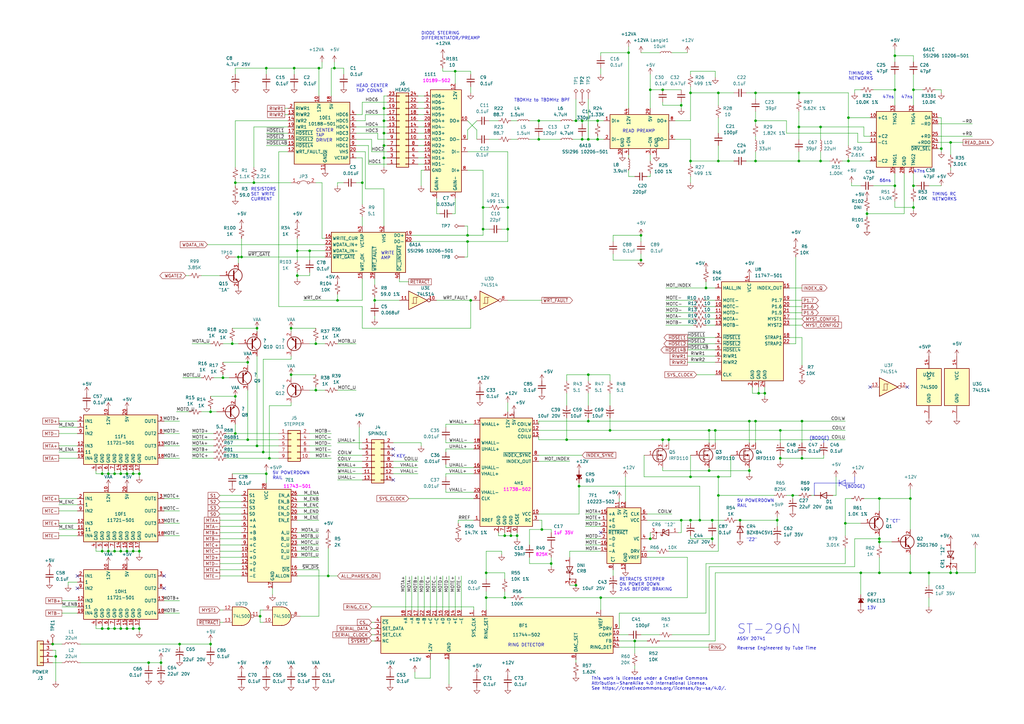
<source format=kicad_sch>
(kicad_sch (version 20231120) (generator "eeschema") (generator_version "8.0")
  (paper "A3")
  (junction (at 283.21 66.04))
  (junction (at 262.89 106.68))
  (junction (at 157.48 44.45))
  (junction (at 367.03 76.2))
  (junction (at 41.91 194.31))
  (junction (at 73.66 264.16))
  (junction (at 283.21 38.1))
  (junction (at 336.55 66.04))
  (junction (at 157.48 59.69))
  (junction (at 238.76 57.15))
  (junction (at 127 102.87))
  (junction (at 245.11 49.53))
  (junction (at 320.04 176.53))
  (junction (at 294.64 38.1))
  (junction (at 209.55 219.71))
  (junction (at 292.1 220.98))
  (junction (at 148.59 74.93))
  (junction (at 236.22 240.03))
  (junction (at 360.68 222.25))
  (junction (at 153.67 123.19))
  (junction (at 222.25 217.17))
  (junction (at 374.65 85.09))
  (junction (at 49.53 226.06))
  (junction (at 236.22 49.53))
  (junction (at 157.48 64.77))
  (junction (at 241.3 172.72))
  (junction (at 294.64 195.58))
  (junction (at 232.41 180.34))
  (junction (at 307.34 172.72))
  (junction (at 99.06 105.41))
  (junction (at 220.98 57.15))
  (junction (at 360.68 234.95))
  (junction (at 318.77 213.36))
  (junction (at 266.7 36.83))
  (junction (at 392.43 234.95))
  (junction (at 279.4 43.18))
  (junction (at 207.01 245.11))
  (junction (at 121.92 102.87))
  (junction (at 86.36 264.16))
  (junction (at 309.88 38.1))
  (junction (at 360.68 220.98))
  (junction (at 289.56 118.11))
  (junction (at 328.93 172.72))
  (junction (at 353.06 234.95))
  (junction (at 309.88 66.04))
  (junction (at 212.09 219.71))
  (junction (at 157.48 49.53))
  (junction (at 367.03 22.86))
  (junction (at 381 234.95))
  (junction (at 119.38 153.67))
  (junction (at 129.54 160.02))
  (junction (at 260.35 262.89))
  (junction (at 220.98 49.53))
  (junction (at 57.15 194.31))
  (junction (at 44.45 194.31))
  (junction (at 199.39 245.11))
  (junction (at 52.07 226.06))
  (junction (at 313.69 161.29))
  (junction (at 355.6 87.63))
  (junction (at 105.41 182.88))
  (junction (at 208.28 85.09))
  (junction (at 327.66 66.04))
  (junction (at 290.83 193.04))
  (junction (at 60.96 271.78))
  (junction (at 294.64 203.2))
  (junction (at 52.07 194.31))
  (junction (at 46.99 226.06))
  (junction (at 309.88 49.53))
  (junction (at 347.98 48.26))
  (junction (at 241.3 153.67))
  (junction (at 107.95 185.42))
  (junction (at 238.76 49.53))
  (junction (at 86.36 168.91))
  (junction (at 49.53 194.31))
  (junction (at 367.03 36.83))
  (junction (at 360.68 204.47))
  (junction (at 389.89 58.42))
  (junction (at 96.52 74.93))
  (junction (at 287.02 213.36))
  (junction (at 134.62 236.22))
  (junction (at 226.06 231.14))
  (junction (at 54.61 257.81))
  (junction (at 46.99 257.81))
  (junction (at 49.53 257.81))
  (junction (at 130.81 27.94))
  (junction (at 208.28 93.98))
  (junction (at 157.48 54.61))
  (junction (at 250.19 176.53))
  (junction (at 109.22 27.94))
  (junction (at 257.81 21.59))
  (junction (at 373.38 234.95))
  (junction (at 336.55 52.07))
  (junction (at 137.16 27.94))
  (junction (at 198.12 85.09))
  (junction (at 307.34 193.04))
  (junction (at 41.91 257.81))
  (junction (at 120.65 27.94))
  (junction (at 110.49 187.96))
  (junction (at 266.7 220.98))
  (junction (at 347.98 66.04))
  (junction (at 283.21 213.36))
  (junction (at 274.32 180.34))
  (junction (at 294.64 66.04))
  (junction (at 129.54 140.97))
  (junction (at 95.25 140.97))
  (junction (at 105.41 134.62))
  (junction (at 57.15 257.81))
  (junction (at 346.71 214.63))
  (junction (at 279.4 213.36))
  (junction (at 328.93 187.96))
  (junction (at 121.92 113.03))
  (junction (at 262.89 96.52))
  (junction (at 44.45 226.06))
  (junction (at 374.65 76.2))
  (junction (at 325.12 203.2))
  (junction (at 293.37 176.53))
  (junction (at 104.14 74.93))
  (junction (at 106.68 252.73))
  (junction (at 320.04 187.96))
  (junction (at 199.39 234.95))
  (junction (at 292.1 213.36))
  (junction (at 389.89 234.95))
  (junction (at 198.12 93.98))
  (junction (at 283.21 195.58))
  (junction (at 66.04 271.78))
  (junction (at 246.38 245.11))
  (junction (at 374.65 36.83))
  (junction (at 207.01 219.71))
  (junction (at 309.88 172.72))
  (junction (at 44.45 257.81))
  (junction (at 327.66 38.1))
  (junction (at 373.38 204.47))
  (junction (at 191.77 99.06))
  (junction (at 327.66 52.07))
  (junction (at 96.52 177.8))
  (junction (at 303.53 213.36))
  (junction (at 237.49 199.39))
  (junction (at 241.3 57.15))
  (junction (at 91.44 154.94))
  (junction (at 271.78 36.83))
  (junction (at 109.22 194.31))
  (junction (at 119.38 134.62))
  (junction (at 101.6 180.34))
  (junction (at 52.07 257.81))
  (junction (at 41.91 226.06))
  (junction (at 271.78 180.34))
  (junction (at 22.86 269.24))
  (junction (at 96.52 162.56))
  (junction (at 311.15 161.29))
  (junction (at 97.79 105.41))
  (junction (at 101.6 148.59))
  (junction (at 46.99 194.31))
  (junction (at 138.43 123.19))
  (junction (at 54.61 194.31))
  (junction (at 186.69 29.21))
  (junction (at 245.11 57.15))
  (junction (at 54.61 226.06))
  (junction (at 21.59 264.16))
  (junction (at 290.83 176.53))
  (junction (at 57.15 226.06))
  (junction (at 193.04 123.19))
  (junction (at 386.08 60.96))
  (junction (at 191.77 96.52))
  (no_connect (at 31.75 236.22))
  (no_connect (at 161.29 184.15))
  (no_connect (at 67.31 236.22))
  (no_connect (at 246.38 218.44))
  (no_connect (at 356.87 158.75))
  (no_connect (at 67.31 241.3))
  (no_connect (at 161.29 196.85))
  (no_connect (at 161.29 186.69))
  (no_connect (at 31.75 241.3))
  (no_connect (at 372.11 158.75))
  (wire (pts (xy 246.38 223.52) (xy 240.03 223.52)))
  (wire (pts (xy 107.95 250.19) (xy 106.68 250.19)))
  (wire (pts (xy 152.4 257.81) (xy 153.67 257.81)))
  (wire (pts (xy 90.17 236.22) (xy 99.06 236.22)))
  (wire (pts (xy 138.43 160.02) (xy 146.05 160.02)))
  (wire (pts (xy 121.92 236.22) (xy 134.62 236.22)))
  (wire (pts (xy 400.05 224.79) (xy 400.05 234.95)))
  (wire (pts (xy 323.85 130.81) (xy 328.93 130.81)))
  (wire (pts (xy 54.61 194.31) (xy 57.15 194.31)))
  (wire (pts (xy 95.25 140.97) (xy 97.79 140.97)))
  (wire (pts (xy 279.4 41.91) (xy 279.4 43.18)))
  (wire (pts (xy 389.89 233.68) (xy 389.89 234.95)))
  (wire (pts (xy 173.99 236.22) (xy 173.99 250.19)))
  (wire (pts (xy 308.61 161.29) (xy 311.15 161.29)))
  (wire (pts (xy 207.01 237.49) (xy 207.01 234.95)))
  (wire (pts (xy 105.41 182.88) (xy 114.3 182.88)))
  (wire (pts (xy 246.38 210.82) (xy 240.03 210.82)))
  (wire (pts (xy 90.17 223.52) (xy 99.06 223.52)))
  (wire (pts (xy 284.48 123.19) (xy 273.05 123.19)))
  (wire (pts (xy 389.89 234.95) (xy 392.43 234.95)))
  (wire (pts (xy 186.69 29.21) (xy 193.04 29.21)))
  (wire (pts (xy 349.25 74.93) (xy 349.25 76.2)))
  (wire (pts (xy 190.5 105.41) (xy 191.77 105.41)))
  (wire (pts (xy 254 204.47) (xy 254 205.74)))
  (wire (pts (xy 90.17 226.06) (xy 99.06 226.06)))
  (wire (pts (xy 78.74 185.42) (xy 87.63 185.42)))
  (wire (pts (xy 149.86 49.53) (xy 149.86 46.99)))
  (wire (pts (xy 152.4 260.35) (xy 153.67 260.35)))
  (wire (pts (xy 281.94 138.43) (xy 293.37 138.43)))
  (wire (pts (xy 217.17 49.53) (xy 220.98 49.53)))
  (wire (pts (xy 264.16 195.58) (xy 264.16 186.69)))
  (wire (pts (xy 41.91 257.81) (xy 44.45 257.81)))
  (wire (pts (xy 153.67 123.19) (xy 153.67 124.46)))
  (wire (pts (xy 104.14 68.58) (xy 104.14 52.07)))
  (wire (pts (xy 351.79 54.61) (xy 351.79 58.42)))
  (wire (pts (xy 241.3 40.64) (xy 241.3 57.15)))
  (wire (pts (xy 350.52 232.41) (xy 290.83 232.41)))
  (wire (pts (xy 138.43 191.77) (xy 148.59 191.77)))
  (wire (pts (xy 152.4 262.89) (xy 153.67 262.89)))
  (wire (pts (xy 132.08 97.79) (xy 132.08 74.93)))
  (wire (pts (xy 157.48 54.61) (xy 157.48 59.69)))
  (wire (pts (xy 133.35 140.97) (xy 129.54 140.97)))
  (wire (pts (xy 303.53 213.36) (xy 318.77 213.36)))
  (wire (pts (xy 138.43 74.93) (xy 140.97 74.93)))
  (wire (pts (xy 151.13 67.31) (xy 158.75 67.31)))
  (wire (pts (xy 119.38 134.62) (xy 119.38 135.89)))
  (wire (pts (xy 49.53 257.81) (xy 49.53 256.54)))
  (wire (pts (xy 90.17 231.14) (xy 99.06 231.14)))
  (wire (pts (xy 262.89 21.59) (xy 270.51 21.59)))
  (wire (pts (xy 241.3 171.45) (xy 241.3 172.72)))
  (wire (pts (xy 283.21 72.39) (xy 283.21 74.93)))
  (wire (pts (xy 24.13 177.8) (xy 31.75 177.8)))
  (wire (pts (xy 22.86 269.24) (xy 21.59 269.24)))
  (wire (pts (xy 161.29 181.61) (xy 172.72 181.61)))
  (wire (pts (xy 158.75 49.53) (xy 157.48 49.53)))
  (wire (pts (xy 367.03 20.32) (xy 367.03 22.86)))
  (wire (pts (xy 52.07 226.06) (xy 52.07 224.79)))
  (wire (pts (xy 320.04 187.96) (xy 320.04 189.23)))
  (wire (pts (xy 190.5 92.71) (xy 191.77 92.71)))
  (wire (pts (xy 220.98 180.34) (xy 220.98 179.07)))
  (wire (pts (xy 31.75 238.76) (xy 27.94 238.76)))
  (wire (pts (xy 381 234.95) (xy 381 240.03)))
  (wire (pts (xy 294.64 203.2) (xy 317.5 203.2)))
  (wire (pts (xy 171.45 236.22) (xy 171.45 250.19)))
  (wire (pts (xy 322.58 203.2) (xy 325.12 203.2)))
  (wire (pts (xy 186.69 87.63) (xy 185.42 87.63)))
  (wire (pts (xy 281.94 143.51) (xy 293.37 143.51)))
  (wire (pts (xy 86.36 265.43) (xy 86.36 264.16)))
  (wire (pts (xy 149.86 77.47) (xy 157.48 77.47)))
  (wire (pts (xy 182.88 181.61) (xy 194.31 181.61)))
  (wire (pts (xy 246.38 21.59) (xy 257.81 21.59)))
  (wire (pts (xy 299.72 186.69) (xy 299.72 195.58)))
  (wire (pts (xy 257.81 19.05) (xy 257.81 21.59)))
  (wire (pts (xy 283.21 195.58) (xy 294.64 195.58)))
  (wire (pts (xy 154.94 54.61) (xy 154.94 57.15)))
  (wire (pts (xy 238.76 49.53) (xy 245.11 49.53)))
  (wire (pts (xy 182.88 194.31) (xy 194.31 194.31)))
  (wire (pts (xy 293.37 176.53) (xy 293.37 181.61)))
  (wire (pts (xy 367.03 36.83) (xy 367.03 43.18)))
  (wire (pts (xy 294.64 66.04) (xy 300.99 66.04)))
  (wire (pts (xy 86.36 168.91) (xy 88.9 168.91)))
  (wire (pts (xy 95.25 194.31) (xy 109.22 194.31)))
  (wire (pts (xy 293.37 234.95) (xy 353.06 234.95)))
  (wire (pts (xy 392.43 233.68) (xy 392.43 234.95)))
  (wire (pts (xy 289.56 125.73) (xy 293.37 125.73)))
  (wire (pts (xy 358.14 36.83) (xy 367.03 36.83)))
  (wire (pts (xy 281.94 146.05) (xy 293.37 146.05)))
  (wire (pts (xy 198.12 85.09) (xy 198.12 93.98)))
  (wire (pts (xy 309.88 172.72) (xy 309.88 181.61)))
  (wire (pts (xy 374.65 76.2) (xy 375.92 76.2)))
  (wire (pts (xy 281.94 148.59) (xy 293.37 148.59)))
  (wire (pts (xy 138.43 181.61) (xy 148.59 181.61)))
  (wire (pts (xy 46.99 226.06) (xy 49.53 226.06)))
  (wire (pts (xy 92.71 185.42) (xy 107.95 185.42)))
  (wire (pts (xy 90.17 218.44) (xy 99.06 218.44)))
  (wire (pts (xy 148.59 46.99) (xy 148.59 41.91)))
  (wire (pts (xy 73.66 264.16) (xy 73.66 265.43)))
  (wire (pts (xy 237.49 199.39) (xy 287.02 199.39)))
  (wire (pts (xy 24.13 182.88) (xy 31.75 182.88)))
  (wire (pts (xy 82.55 168.91) (xy 86.36 168.91)))
  (wire (pts (xy 179.07 81.28) (xy 179.07 87.63)))
  (wire (pts (xy 146.05 52.07) (xy 158.75 52.07)))
  (wire (pts (xy 212.09 219.71) (xy 212.09 218.44)))
  (wire (pts (xy 367.03 30.48) (xy 367.03 36.83)))
  (wire (pts (xy 332.74 203.2) (xy 334.01 203.2)))
  (wire (pts (xy 52.07 257.81) (xy 54.61 257.81)))
  (wire (pts (xy 49.53 226.06) (xy 49.53 224.79)))
  (wire (pts (xy 292.1 220.98) (xy 283.21 220.98)))
  (wire (pts (xy 119.38 166.37) (xy 110.49 166.37)))
  (wire (pts (xy 184.15 270.51) (xy 184.15 280.67)))
  (wire (pts (xy 389.89 58.42) (xy 394.97 58.42)))
  (wire (pts (xy 171.45 64.77) (xy 173.99 64.77)))
  (wire (pts (xy 171.45 59.69) (xy 173.99 59.69)))
  (wire (pts (xy 349.25 76.2) (xy 353.06 76.2)))
  (wire (pts (xy 198.12 93.98) (xy 198.12 96.52)))
  (polyline (pts (xy 346.71 196.85) (xy 346.71 199.39)))
  (wire (pts (xy 384.81 55.88) (xy 398.78 55.88)))
  (wire (pts (xy 191.77 62.23) (xy 208.28 62.23)))
  (wire (pts (xy 49.53 257.81) (xy 52.07 257.81)))
  (wire (pts (xy 246.38 27.94) (xy 246.38 30.48)))
  (wire (pts (xy 283.21 35.56) (xy 283.21 38.1)))
  (wire (pts (xy 246.38 245.11) (xy 281.94 245.11)))
  (wire (pts (xy 106.68 252.73) (xy 106.68 255.27)))
  (wire (pts (xy 289.56 123.19) (xy 293.37 123.19)))
  (wire (pts (xy 238.76 57.15) (xy 241.3 57.15)))
  (wire (pts (xy 386.08 36.83) (xy 386.08 38.1)))
  (wire (pts (xy 265.43 228.6) (xy 281.94 228.6)))
  (wire (pts (xy 374.65 85.09) (xy 374.65 82.55)))
  (wire (pts (xy 121.92 111.76) (xy 121.92 113.03)))
  (wire (pts (xy 182.88 190.5) (xy 182.88 191.77)))
  (wire (pts (xy 245.11 49.53) (xy 245.11 50.8)))
  (wire (pts (xy 179.07 87.63) (xy 180.34 87.63)))
  (wire (pts (xy 135.89 39.37) (xy 135.89 27.94)))
  (wire (pts (xy 374.65 86.36) (xy 374.65 85.09)))
  (wire (pts (xy 250.19 176.53) (xy 290.83 176.53)))
  (wire (pts (xy 222.25 213.36) (xy 222.25 217.17)))
  (wire (pts (xy 181.61 27.94) (xy 181.61 29.21)))
  (wire (pts (xy 57.15 226.06) (xy 57.15 224.79)))
  (wire (pts (xy 148.59 125.73) (xy 148.59 134.62)))
  (wire (pts (xy 313.69 162.56) (xy 313.69 161.29)))
  (wire (pts (xy 107.95 185.42) (xy 114.3 185.42)))
  (wire (pts (xy 33.02 271.78) (xy 60.96 271.78)))
  (wire (pts (xy 121.92 205.74) (xy 130.81 205.74)))
  (wire (pts (xy 22.86 269.24) (xy 22.86 279.4)))
  (wire (pts (xy 274.32 226.06) (xy 294.64 226.06)))
  (wire (pts (xy 354.33 55.88) (xy 356.87 55.88)))
  (wire (pts (xy 118.11 62.23) (xy 114.3 62.23)))
  (wire (pts (xy 127 102.87) (xy 121.92 102.87)))
  (wire (pts (xy 309.88 172.72) (xy 328.93 172.72)))
  (wire (pts (xy 274.32 180.34) (xy 346.71 180.34)))
  (wire (pts (xy 96.52 73.66) (xy 96.52 74.93)))
  (wire (pts (xy 220.98 49.53) (xy 229.87 49.53)))
  (wire (pts (xy 279.4 43.18) (xy 271.78 43.18)))
  (wire (pts (xy 222.25 217.17) (xy 217.17 217.17)))
  (wire (pts (xy 82.55 113.03) (xy 90.17 113.03)))
  (wire (pts (xy 90.17 213.36) (xy 99.06 213.36)))
  (wire (pts (xy 360.68 228.6) (xy 360.68 234.95)))
  (wire (pts (xy 275.59 260.35) (xy 290.83 260.35)))
  (wire (pts (xy 67.31 214.63) (xy 73.66 214.63)))
  (wire (pts (xy 193.04 29.21) (xy 193.04 30.48)))
  (wire (pts (xy 149.86 46.99) (xy 158.75 46.99)))
  (wire (pts (xy 195.58 53.34) (xy 195.58 57.15)))
  (wire (pts (xy 24.13 175.26) (xy 31.75 175.26)))
  (wire (pts (xy 241.3 153.67) (xy 232.41 153.67)))
  (wire (pts (xy 179.07 236.22) (xy 179.07 250.19)))
  (wire (pts (xy 46.99 257.81) (xy 46.99 256.54)))
  (wire (pts (xy 39.37 257.81) (xy 41.91 257.81)))
  (wire (pts (xy 119.38 165.1) (xy 119.38 166.37)))
  (wire (pts (xy 168.91 236.22) (xy 168.91 250.19)))
  (wire (pts (xy 157.48 64.77) (xy 157.48 68.58)))
  (wire (pts (xy 226.06 228.6) (xy 226.06 231.14)))
  (wire (pts (xy 205.74 85.09) (xy 208.28 85.09)))
  (wire (pts (xy 205.74 93.98) (xy 208.28 93.98)))
  (wire (pts (xy 374.65 30.48) (xy 374.65 36.83)))
  (wire (pts (xy 260.35 262.89) (xy 260.35 267.97)))
  (wire (pts (xy 153.67 121.92) (xy 153.67 123.19)))
  (wire (pts (xy 182.88 201.93) (xy 194.31 201.93)))
  (wire (pts (xy 309.88 49.53) (xy 309.88 50.8)))
  (wire (pts (xy 346.71 214.63) (xy 346.71 219.71)))
  (wire (pts (xy 24.13 172.72) (xy 31.75 172.72)))
  (wire (pts (xy 234.95 57.15) (xy 238.76 57.15)))
  (wire (pts (xy 137.16 25.4) (xy 137.16 27.94)))
  (wire (pts (xy 240.03 213.36) (xy 246.38 213.36)))
  (wire (pts (xy 306.07 38.1) (xy 309.88 38.1)))
  (wire (pts (xy 283.21 213.36) (xy 287.02 213.36)))
  (wire (pts (xy 281.94 140.97) (xy 293.37 140.97)))
  (wire (pts (xy 110.49 166.37) (xy 110.49 187.96)))
  (wire (pts (xy 182.88 200.66) (xy 182.88 201.93)))
  (wire (pts (xy 240.03 215.9) (xy 246.38 215.9)))
  (wire (pts (xy 294.64 48.26) (xy 294.64 54.61)))
  (wire (pts (xy 234.95 49.53) (xy 236.22 49.53)))
  (wire (pts (xy 92.71 180.34) (xy 101.6 180.34)))
  (wire (pts (xy 328.93 138.43) (xy 323.85 138.43)))
  (wire (pts (xy 232.41 180.34) (xy 271.78 180.34)))
  (wire (pts (xy 24.13 217.17) (xy 31.75 217.17)))
  (wire (pts (xy 289.56 118.11) (xy 293.37 118.11)))
  (wire (pts (xy 306.07 66.04) (xy 309.88 66.04)))
  (wire (pts (xy 171.45 67.31) (xy 173.99 67.31)))
  (wire (pts (xy 129.54 74.93) (xy 132.08 74.93)))
  (wire (pts (xy 161.29 191.77) (xy 171.45 191.77)))
  (wire (pts (xy 327.66 52.07) (xy 327.66 57.15)))
  (wire (pts (xy 96.52 68.58) (xy 96.52 49.53)))
  (wire (pts (xy 27.94 238.76) (xy 27.94 240.03)))
  (wire (pts (xy 129.54 158.75) (xy 129.54 160.02)))
  (wire (pts (xy 307.34 172.72) (xy 309.88 172.72)))
  (wire (pts (xy 265.43 220.98) (xy 266.7 220.98)))
  (wire (pts (xy 236.22 270.51) (xy 236.22 271.78)))
  (wire (pts (xy 341.63 203.2) (xy 342.9 203.2)))
  (wire (pts (xy 158.75 39.37) (xy 157.48 39.37)))
  (wire (pts (xy 127 182.88) (xy 135.89 182.88)))
  (wire (pts (xy 96.52 27.94) (xy 109.22 27.94)))
  (wire (pts (xy 347.98 48.26) (xy 347.98 38.1)))
  (wire (pts (xy 96.52 173.99) (xy 96.52 177.8)))
  (wire (pts (xy 157.48 64.77) (xy 157.48 59.69)))
  (polyline (pts (xy 344.17 198.12) (xy 346.71 196.85)))
  (wire (pts (xy 39.37 194.31) (xy 41.91 194.31)))
  (wire (pts (xy 127 180.34) (xy 135.89 180.34)))
  (wire (pts (xy 87.63 154.94) (xy 91.44 154.94)))
  (wire (pts (xy 374.65 36.83) (xy 378.46 36.83)))
  (wire (pts (xy 148.59 88.9) (xy 148.59 92.71)))
  (wire (pts (xy 279.4 213.36) (xy 279.4 218.44)))
  (wire (pts (xy 96.52 30.48) (xy 96.52 27.94)))
  (wire (pts (xy 204.47 218.44) (xy 204.47 219.71)))
  (wire (pts (xy 124.46 123.19) (xy 138.43 123.19)))
  (wire (pts (xy 199.39 226.06) (xy 199.39 234.95)))
  (wire (pts (xy 67.31 177.8) (xy 73.66 177.8)))
  (wire (pts (xy 121.92 223.52) (xy 130.81 223.52)))
  (wire (pts (xy 251.46 104.14) (xy 251.46 106.68)))
  (wire (pts (xy 220.98 210.82) (xy 237.49 210.82)))
  (wire (pts (xy 90.17 220.98) (xy 99.06 220.98)))
  (wire (pts (xy 135.89 27.94) (xy 137.16 27.94)))
  (wire (pts (xy 171.45 52.07) (xy 173.99 52.07)))
  (wire (pts (xy 265.43 72.39) (xy 266.7 72.39)))
  (wire (pts (xy 241.3 57.15) (xy 245.11 57.15)))
  (wire (pts (xy 157.48 44.45) (xy 157.48 49.53)))
  (wire (pts (xy 208.28 165.1) (xy 208.28 168.91)))
  (wire (pts (xy 187.96 213.36) (xy 194.31 213.36)))
  (wire (pts (xy 187.96 213.36) (xy 187.96 214.63)))
  (wire (pts (xy 95.25 139.7) (xy 95.25 140.97)))
  (wire (pts (xy 148.59 64.77) (xy 148.59 74.93)))
  (polyline (pts (xy 350.52 195.58) (xy 350.52 198.12)))
  (wire (pts (xy 127 102.87) (xy 127 106.68)))
  (wire (pts (xy 193.04 123.19) (xy 193.04 134.62)))
  (wire (pts (xy 148.59 74.93) (xy 148.59 83.82)))
  (wire (pts (xy 367.03 71.12) (xy 367.03 76.2)))
  (wire (pts (xy 114.3 125.73) (xy 148.59 125.73)))
  (wire (pts (xy 276.86 49.53) (xy 283.21 49.53)))
  (wire (pts (xy 386.08 62.23) (xy 386.08 60.96)))
  (wire (pts (xy 293.37 29.21) (xy 283.21 29.21)))
  (wire (pts (xy 342.9 195.58) (xy 342.9 203.2)))
  (wire (pts (xy 161.29 194.31) (xy 171.45 194.31)))
  (wire (pts (xy 90.17 210.82) (xy 99.06 210.82)))
  (wire (pts (xy 292.1 219.71) (xy 292.1 220.98)))
  (polyline (pts (xy 337.82 180.34) (xy 337.82 181.61)))
  (wire (pts (xy 233.68 226.06) (xy 246.38 226.06)))
  (wire (pts (xy 256.54 195.58) (xy 256.54 205.74)))
  (wire (pts (xy 127 187.96) (xy 135.89 187.96)))
  (wire (pts (xy 57.15 194.31) (xy 57.15 193.04)))
  (wire (pts (xy 214.63 245.11) (xy 246.38 245.11)))
  (wire (pts (xy 130.81 27.94) (xy 130.81 39.37)))
  (wire (pts (xy 111.76 241.3) (xy 111.76 243.84)))
  (wire (pts (xy 41.91 226.06) (xy 44.45 226.06)))
  (wire (pts (xy 271.78 43.18) (xy 271.78 41.91)))
  (wire (pts (xy 121.92 233.68) (xy 130.81 233.68)))
  (wire (pts (xy 97.79 105.41) (xy 99.06 105.41)))
  (wire (pts (xy 133.35 160.02) (xy 129.54 160.02)))
  (wire (pts (xy 170.18 278.13) (xy 176.53 278.13)))
  (wire (pts (xy 320.04 186.69) (xy 320.04 187.96)))
  (wire (pts (xy 251.46 96.52) (xy 251.46 99.06)))
  (wire (pts (xy 200.66 49.53) (xy 204.47 49.53)))
  (wire (pts (xy 146.05 57.15) (xy 152.4 57.15)))
  (wire (pts (xy 326.39 140.97) (xy 323.85 140.97)))
  (wire (pts (xy 254 251.46) (xy 254 257.81)))
  (wire (pts (xy 346.71 214.63) (xy 346.71 204.47)))
  (wire (pts (xy 241.3 161.29) (xy 241.3 166.37)))
  (wire (pts (xy 44.45 194.31) (xy 44.45 193.04)))
  (wire (pts (xy 245.11 55.88) (xy 245.11 57.15)))
  (wire (pts (xy 313.69 161.29) (xy 313.69 158.75)))
  (wire (pts (xy 170.18 275.59) (xy 170.18 278.13)))
  (wire (pts (xy 191.77 99.06) (xy 208.28 99.06)))
  (wire (pts (xy 217.17 217.17) (xy 217.17 223.52)))
  (wire (pts (xy 327.66 66.04) (xy 336.55 66.04)))
  (wire (pts (xy 232.41 161.29) (xy 232.41 166.37)))
  (wire (pts (xy 273.05 118.11) (xy 289.56 118.11)))
  (wire (pts (xy 106.68 250.19) (xy 106.68 252.73)))
  (wire (pts (xy 245.11 49.53) (xy 247.65 49.53)))
  (wire (pts (xy 246.38 21.59) (xy 246.38 22.86)))
  (wire (pts (xy 153.67 129.54) (xy 153.67 130.81)))
  (wire (pts (xy 90.17 215.9) (xy 99.06 215.9)))
  (wire (pts (xy 257.81 69.85) (xy 257.81 72.39)))
  (wire (pts (xy 67.31 246.38) (xy 73.66 246.38)))
  (wire (pts (xy 220.98 172.72) (xy 220.98 173.99)))
  (wire (pts (xy 347.98 64.77) (xy 347.98 66.04)))
  (wire (pts (xy 166.37 236.22) (xy 166.37 250.19)))
  (wire (pts (xy 232.41 171.45) (xy 232.41 180.34)))
  (wire (pts (xy 78.74 177.8) (xy 87.63 177.8)))
  (polyline (pts (xy 344.17 196.85) (xy 344.17 199.39)))
  (wire (pts (xy 309.88 49.53) (xy 322.58 49.53)))
  (polyline (pts (xy 334.01 198.12) (xy 344.17 198.12)))
  (wire (pts (xy 184.15 236.22) (xy 184.15 250.19)))
  (wire (pts (xy 44.45 226.06) (xy 46.99 226.06)))
  (wire (pts (xy 163.83 115.57) (xy 167.64 115.57)))
  (wire (pts (xy 119.38 147.32) (xy 107.95 147.32)))
  (wire (pts (xy 191.77 69.85) (xy 198.12 69.85)))
  (wire (pts (xy 120.65 27.94) (xy 130.81 27.94)))
  (wire (pts (xy 289.56 128.27) (xy 293.37 128.27)))
  (wire (pts (xy 200.66 93.98) (xy 198.12 93.98)))
  (wire (pts (xy 119.38 146.05) (xy 119.38 147.32)))
  (wire (pts (xy 354.33 204.47) (xy 360.68 204.47)))
  (wire (pts (xy 146.05 54.61) (xy 154.94 54.61)))
  (wire (pts (xy 199.39 242.57) (xy 199.39 245.11)))
  (wire (pts (xy 217.17 57.15) (xy 220.98 57.15)))
  (wire (pts (xy 186.69 81.28) (xy 186.69 87.63)))
  (wire (pts (xy 217.17 228.6) (xy 217.17 231.14)))
  (wire (pts (xy 121.92 228.6) (xy 130.81 228.6)))
  (wire (pts (xy 320.04 176.53) (xy 320.04 181.61)))
  (wire (pts (xy 41.91 194.31) (xy 41.91 193.04)))
  (wire (pts (xy 345.44 66.04) (xy 347.98 66.04)))
  (wire (pts (xy 251.46 106.68) (xy 262.89 106.68)))
  (wire (pts (xy 294.64 195.58) (xy 299.72 195.58)))
  (wire (pts (xy 254 251.46) (xy 289.56 251.46)))
  (wire (pts (xy 262.89 99.06) (xy 262.89 96.52)))
  (wire (pts (xy 191.77 99.06) (xy 191.77 105.41)))
  (wire (pts (xy 262.89 96.52) (xy 251.46 96.52)))
  (wire (pts (xy 289.56 231.14) (xy 346.71 231.14)))
  (wire (pts (xy 326.39 105.41) (xy 326.39 140.97)))
  (wire (pts (xy 270.51 262.89) (xy 293.37 262.89)))
  (wire (pts (xy 78.74 140.97) (xy 86.36 140.97)))
  (wire (pts (xy 46.99 194.31) (xy 46.99 193.04)))
  (wire (pts (xy 279.4 43.18) (xy 279.4 44.45)))
  (wire (pts (xy 148.59 64.77) (xy 146.05 64.77)))
  (wire (pts (xy 233.68 228.6) (xy 233.68 226.06)))
  (wire (pts (xy 233.68 240.03) (xy 236.22 240.03)))
  (wire (pts (xy 41.91 226.06) (xy 41.91 224.79)))
  (wire (pts (xy 134.62 224.79) (xy 134.62 236.22)))
  (wire (pts (xy 119.38 153.67) (xy 119.38 154.94)))
  (wire (pts (xy 104.14 73.66) (xy 104.14 74.93)))
  (wire (pts (xy 44.45 257.81) (xy 44.45 256.54)))
  (wire (pts (xy 328.93 149.86) (xy 328.93 138.43)))
  (wire (pts (xy 207.01 218.44) (xy 207.01 219.71)))
  (wire (pts (xy 355.6 87.63) (xy 370.84 87.63)))
  (wire (pts (xy 283.21 66.04) (xy 294.64 66.04)))
  (wire (pts (xy 293.37 31.75) (xy 293.37 29.21)))
  (wire (pts (xy 309.88 66.04) (xy 327.66 66.04)))
  (wire (pts (xy 109.22 27.94) (xy 109.22 30.48)))
  (wire (pts (xy 91.44 154.94) (xy 93.98 154.94)))
  (wire (pts (xy 52.07 194.31) (xy 54.61 194.31)))
  (wire (pts (xy 97.79 105.41) (xy 97.79 107.95)))
  (wire (pts (xy 205.74 227.33) (xy 205.74 226.06)))
  (wire (pts (xy 271.78 180.34) (xy 274.32 180.34)))
  (wire (pts (xy 266.7 36.83) (xy 266.7 44.45)))
  (wire (pts (xy 323.85 123.19) (xy 328.93 123.19)))
  (wire (pts (xy 158.75 54.61) (xy 157.48 54.61)))
  (wire (pts (xy 275.59 210.82) (xy 265.43 210.82)))
  (wire (pts (xy 283.21 38.1) (xy 294.64 38.1)))
  (wire (pts (xy 346.71 224.79) (xy 346.71 231.14)))
  (wire (pts (xy 283.21 38.1) (xy 283.21 49.53)))
  (wire (pts (xy 273.05 133.35) (xy 284.48 133.35)))
  (wire (pts (xy 336.55 66.04) (xy 340.36 66.04)))
  (polyline (pts (xy 346.71 199.39) (xy 344.17 198.12)))
  (wire (pts (xy 290.83 176.53) (xy 293.37 176.53)))
  (wire (pts (xy 44.45 257.81) (xy 46.99 257.81)))
  (wire (pts (xy 307.34 193.04) (xy 307.34 194.31)))
  (wire (pts (xy 293.37 262.89) (xy 293.37 234.95)))
  (wire (pts (xy 271.78 193.04) (xy 271.78 191.77)))
  (wire (pts (xy 22.86 266.7) (xy 22.86 269.24)))
  (wire (pts (xy 323.85 128.27) (xy 328.93 128.27)))
  (wire (pts (xy 101.6 160.02) (xy 101.6 180.34)))
  (wire (pts (xy 44.45 226.06) (xy 44.45 224.79)))
  (wire (pts (xy 254 265.43) (xy 290.83 265.43)))
  (wire (pts (xy 146.05 62.23) (xy 149.86 62.23)))
  (wire (pts (xy 283.21 220.98) (xy 283.21 219.71)))
  (wire (pts (xy 292.1 220.98) (xy 292.1 222.25)))
  (wire (pts (xy 346.71 214.63) (xy 353.06 214.63)))
  (wire (pts (xy 351.79 58.42) (xy 356.87 58.42)))
  (polyline (pts (xy 344.17 198.12) (xy 350.52 198.12)))
  (wire (pts (xy 320.04 187.96) (xy 328.93 187.96)))
  (wire (pts (xy 207.01 219.71) (xy 209.55 219.71)))
  (wire (pts (xy 278.13 218.44) (xy 279.4 218.44)))
  (wire (pts (xy 265.43 226.06) (xy 269.24 226.06)))
  (wire (pts (xy 132.08 97.79) (xy 133.35 97.79)))
  (wire (pts (xy 220.98 50.8) (xy 220.98 49.53)))
  (wire (pts (xy 254 262.89) (xy 260.35 262.89)))
  (wire (pts (xy 220.98 213.36) (xy 222.25 213.36)))
  (wire (pts (xy 220.98 180.34) (xy 232.41 180.34)))
  (wire (pts (xy 208.28 93.98) (xy 208.28 99.06)))
  (wire (pts (xy 209.55 219.71) (xy 212.09 219.71)))
  (wire (pts (xy 21.59 264.16) (xy 25.4 264.16)))
  (wire (pts (xy 116.84 46.99) (xy 118.11 46.99)))
  (wire (pts (xy 41.91 194.31) (xy 44.45 194.31)))
  (wire (pts (xy 153.67 123.19) (xy 163.83 123.19)))
  (wire (pts (xy 311.15 161.29) (xy 313.69 161.29)))
  (wire (pts (xy 106.68 255.27) (xy 107.95 255.27)))
  (wire (pts (xy 238.76 55.88) (xy 238.76 57.15)))
  (wire (pts (xy 114.3 62.23) (xy 114.3 125.73)))
  (wire (pts (xy 67.31 187.96) (xy 73.66 187.96)))
  (wire (pts (xy 104.14 52.07) (xy 118.11 52.07)))
  (wire (pts (xy 284.48 128.27) (xy 273.05 128.27)))
  (wire (pts (xy 86.36 262.89) (xy 86.36 264.16)))
  (wire (pts (xy 92.71 177.8) (xy 96.52 177.8)))
  (wire (pts (xy 250.19 171.45) (xy 250.19 176.53)))
  (wire (pts (xy 389.89 58.42) (xy 389.89 63.5)))
  (wire (pts (xy 292.1 213.36) (xy 297.18 213.36)))
  (wire (pts (xy 104.14 74.93) (xy 119.38 74.93)))
  (wire (pts (xy 74.93 154.94) (xy 82.55 154.94)))
  (wire (pts (xy 328.93 187.96) (xy 337.82 187.96)))
  (wire (pts (xy 147.32 184.15) (xy 148.59 184.15)))
  (wire (pts (xy 121.92 218.44) (xy 130.81 218.44)))
  (wire (pts (xy 148.59 134.62) (xy 193.04 134.62)))
  (wire (pts (xy 85.09 100.33) (xy 133.35 100.33)))
  (wire (pts (xy 171.45 62.23) (xy 173.99 62.23)))
  (wire (pts (xy 367.03 76.2) (xy 367.03 77.47)))
  (wire (pts (xy 138.43 76.2) (xy 138.43 74.93)))
  (wire (pts (xy 381 245.11) (xy 381 248.92)))
  (wire (pts (xy 360.68 219.71) (xy 360.68 220.98)))
  (wire (pts (xy 171.45 41.91) (xy 173.99 41.91)))
  (wire (pts (xy 327.66 40.64) (xy 327.66 38.1)))
  (wire (pts (xy 172.72 181.61) (xy 172.72 182.88)))
  (wire (pts (xy 109.22 54.61) (xy 118.11 54.61)))
  (wire (pts (xy 109.22 59.69) (xy 118.11 59.69)))
  (wire (pts (xy 328.93 181.61) (xy 328.93 172.72)))
  (wire (pts (xy 33.02 264.16) (xy 73.66 264.16)))
  (wire (pts (xy 381 234.95) (xy 389.89 234.95)))
  (wire (pts (xy 309.88 38.1) (xy 309.88 40.64)))
  (wire (pts (xy 146.05 59.69) (xy 151.13 59.69)))
  (wire (pts (xy 336.55 52.07) (xy 336.55 57.15)))
  (wire (pts (xy 207.01 242.57) (xy 207.01 245.11)))
  (wire (pts (xy 148.59 41.91) (xy 158.75 41.91)))
  (wire (pts (xy 220.98 57.15) (xy 229.87 57.15)))
  (wire (pts (xy 133.35 102.87) (xy 127 102.87)))
  (wire (pts (xy 140.97 27.94) (xy 140.97 30.48)))
  (wire (pts (xy 220.98 189.23) (xy 233.68 189.23)))
  (wire (pts (xy 129.54 160.02) (xy 127 160.02)))
  (wire (pts (xy 49.53 194.31) (xy 49.53 193.04)))
  (wire (pts (xy 167.64 204.47) (xy 194.31 204.47)))
  (wire (pts (xy 367.03 82.55) (xy 367.03 85.09)))
  (wire (pts (xy 266.7 63.5) (xy 266.7 66.04)))
  (wire (pts (xy 130.81 27.94) (xy 132.08 27.94)))
  (wire (pts (xy 57.15 257.81) (xy 57.15 256.54)))
  (wire (pts (xy 67.31 209.55) (xy 73.66 209.55)))
  (wire (pts (xy 171.45 54.61) (xy 173.99 54.61)))
  (wire (pts (xy 171.45 49.53) (xy 173.99 49.53)))
  (wire (pts (xy 189.23 236.22) (xy 189.23 250.19)))
  (wire (pts (xy 250.19 156.21) (xy 250.19 153.67)))
  (wire (pts (xy 107.95 147.32) (xy 107.95 185.42)))
  (wire (pts (xy 309.88 38.1) (xy 327.66 38.1)))
  (wire (pts (xy 67.31 251.46) (xy 73.66 251.46)))
  (wire (pts (xy 90.17 233.68) (xy 99.06 233.68)))
  (wire (pts (xy 323.85 118.11) (xy 328.93 118.11)))
  (wire (pts (xy 157.48 39.37) (xy 157.48 44.45)))
  (wire (pts (xy 172.72 69.85) (xy 172.72 76.2)))
  (wire (pts (xy 146.05 46.99) (xy 148.59 46.99)))
  (wire (pts (xy 358.14 76.2) (xy 367.03 76.2)))
  (wire (pts (xy 105.41 134.62) (xy 105.41 135.89)))
  (wire (pts (xy 138.43 189.23) (xy 148.59 189.23)))
  (wire (pts (xy 92.71 182.88) (xy 105.41 182.88)))
  (wire (pts (xy 289.56 133.35) (xy 293.37 133.35)))
  (wire (pts (xy 21.59 266.7) (xy 22.86 266.7)))
  (wire (pts (xy 367.03 25.4) (xy 367.03 22.86)))
  (wire (pts (xy 91.44 148.59) (xy 101.6 148.59)))
  (wire (pts (xy 251.46 233.68) (xy 251.46 236.22)))
  (wire (pts (xy 284.48 130.81) (xy 273.05 130.81)))
  (wire (pts (xy 327.66 45.72) (xy 327.66 52.07)))
  (wire (pts (xy 309.88 45.72) (xy 309.88 49.53)))
  (wire (pts (xy 92.71 187.96) (xy 110.49 187.96)))
  (wire (pts (xy 105.41 146.05) (xy 105.41 182.88)))
  (wire (pts (xy 96.52 74.93) (xy 104.14 74.93)))
  (wire (pts (xy 389.89 68.58) (xy 389.89 69.85)))
  (wire (pts (xy 186.69 29.21) (xy 186.69 34.29)))
  (wire (pts (xy 309.88 55.88) (xy 309.88 57.15)))
  (wire (pts (xy 323.85 133.35) (xy 328.93 133.35)))
  (wire (pts (xy 146.05 49.53) (xy 149.86 49.53)))
  (wire (pts (xy 246.38 250.19) (xy 246.38 245.11)))
  (wire (pts (xy 129.54 153.67) (xy 119.38 153.67)))
  (wire (pts (xy 90.17 250.19) (xy 91.44 250.19)))
  (wire (pts (xy 346.71 204.47) (xy 349.25 204.47)))
  (wire (pts (xy 109.22 194.31) (xy 109.22 198.12)))
  (wire (pts (xy 91.44 140.97) (xy 95.25 140.97)))
  (wire (pts (xy 374.65 22.86) (xy 374.65 25.4)))
  (wire (pts (xy 384.81 48.26) (xy 386.08 48.26)))
  (wire (pts (xy 163.83 114.3) (xy 163.83 115.57)))
  (wire (pts (xy 209.55 57.15) (xy 212.09 57.15)))
  (wire (pts (xy 289.56 130.81) (xy 293.37 130.81)))
  (wire (pts (xy 130.81 233.68) (xy 130.81 252.73)))
  (wire (pts (xy 138.43 140.97) (xy 146.05 140.97)))
  (wire (pts (xy 290.83 176.53) (xy 290.83 181.61)))
  (wire (pts (xy 328.93 187.96) (xy 328.93 186.69)))
  (wire (pts (xy 57.15 194.31) (xy 57.15 195.58)))
  (wire (pts (xy 127 113.03) (xy 127 111.76)))
  (wire (pts (xy 39.37 226.06) (xy 39.37 224.79)))
  (wire (pts (xy 308.61 158.75) (xy 308.61 161.29)))
  (wire (pts (xy 226.06 231.14) (xy 226.06 232.41)))
  (wire (pts (xy 354.33 55.88) (xy 354.33 52.07)))
  (wire (pts (xy 46.99 257.81) (xy 49.53 257.81)))
  (wire (pts (xy 322.58 54.61) (xy 351.79 54.61)))
  (wire (pts (xy 355.6 86.36) (xy 355.6 87.63)))
  (wire (pts (xy 360.68 234.95) (xy 353.06 234.95)))
  (wire (pts (xy 289.56 251.46) (xy 289.56 231.14)))
  (wire (pts (xy 289.56 115.57) (xy 289.56 118.11)))
  (wire (pts (xy 222.25 217.17) (xy 226.06 217.17)))
  (wire (pts (xy 279.4 213.36) (xy 283.21 213.36)))
  (wire (pts (xy 44.45 194.31) (xy 46.99 194.31)))
  (wire (pts (xy 78.74 182.88) (xy 87.63 182.88)))
  (wire (pts (xy 90.17 208.28) (xy 99.06 208.28)))
  (wire (pts (xy 158.75 64.77) (xy 157.48 64.77)))
  (wire (pts (xy 157.48 59.69) (xy 158.75 59.69)))
  (wire (pts (xy 129.54 140.97) (xy 127 140.97)))
  (wire (pts (xy 57.15 226.06) (xy 57.15 227.33)))
  (wire (pts (xy 320.04 176.53) (xy 346.71 176.53)))
  (wire (pts (xy 95.25 134.62) (xy 105.41 134.62)))
  (wire (pts (xy 96.52 105.41) (xy 97.79 105.41)))
  (wire (pts (xy 271.78 180.34) (xy 271.78 181.61)))
  (wire (pts (xy 186.69 29.21) (xy 181.61 29.21)))
  (wire (pts (xy 54.61 226.06) (xy 54.61 224.79)))
  (wire (pts (xy 245.11 57.15) (xy 247.65 57.15)))
  (wire (pts (xy 60.96 271.78) (xy 60.96 273.05)))
  (wire (pts (xy 360.68 220.98) (xy 360.68 222.25)))
  (wire (pts (xy 198.12 69.85) (xy 198.12 85.09)))
  (wire (pts (xy 66.04 270.51) (xy 66.04 271.78)))
  (wire (pts (xy 39.37 257.81) (xy 39.37 256.54)))
  (wire (pts (xy 153.67 114.3) (xy 153.67 116.84)))
  (wire (pts (xy 327.66 52.07) (xy 336.55 52.07)))
  (wire (pts (xy 121.92 208.28) (xy 130.81 208.28)))
  (wire (pts (xy 347.98 66.04) (xy 356.87 66.04)))
  (wire (pts (xy 241.3 172.72) (xy 307.34 172.72)))
  (wire (pts (xy 41.91 257.81) (xy 41.91 256.54)))
  (wire (pts (xy 193.04 35.56) (xy 193.04 38.1)))
  (wire (pts (xy 152.4 248.92) (xy 194.31 248.92)))
  (wire (pts (xy 121.92 213.36) (xy 130.81 213.36)))
  (wire (pts (xy 241.3 153.67) (xy 241.3 156.21)))
  (wire (pts (xy 220.98 176.53) (xy 250.19 176.53)))
  (wire (pts (xy 76.2 113.03) (xy 77.47 113.03)))
  (wire (pts (xy 24.13 187.96) (xy 31.75 187.96)))
  (wire (pts (xy 257.81 21.59) (xy 257.81 44.45)))
  (wire (pts (xy 121.92 113.03) (xy 121.92 114.3)))
  (wire (pts (xy 325.12 203.2) (xy 327.66 203.2)))
  (wire (pts (xy 152.4 57.15) (xy 152.4 62.23)))
  (wire (pts (xy 337.82 186.69) (xy 337.82 187.96)))
  (wire (pts (xy 240.03 220.98) (xy 246.38 220.98)))
  (wire (pts (xy 182.88 175.26) (xy 182.88 173.99)))
  (wire (pts (xy 121.92 203.2) (xy 130.81 203.2)))
  (wire (pts (xy 24.13 209.55) (xy 31.75 209.55)))
  (wire (pts (xy 21.59 271.78) (xy 25.4 271.78)))
  (wire (pts (xy 147.32 175.26) (xy 147.32 184.15)))
  (wire (pts (xy 356.87 48.26) (xy 347.98 48.26)))
  (wire (pts (xy 96.52 49.53) (xy 118.11 49.53)))
  (wire (pts (xy 220.98 55.88) (xy 220.98 57.15)))
  (wire (pts (xy 52.07 257.81) (xy 52.07 256.54)))
  (wire (pts (xy 208.28 62.23) (xy 208.28 85.09)))
  (wire (pts (xy 266.7 36.83) (xy 271.78 36.83)))
  (wire (pts (xy 157.48 77.47) (xy 157.48 92.71)))
  (wire (pts (xy 148.59 114.3) (xy 148.59 123.19)))
  (wire (pts (xy 52.07 194.31) (xy 52.07 193.04)))
  (wire (pts (xy 307.34 193.04) (xy 290.83 193.04)))
  (wire (pts (xy 24.13 185.42) (xy 31.75 185.42)))
  (wire (pts (xy 323.85 125.73) (xy 328.93 125.73)))
  (wire (pts (xy 52.07 226.06) (xy 54.61 226.06)))
  (wire (pts (xy 132.08 25.4) (xy 132.08 27.94)))
  (wire (pts (xy 39.37 226.06) (xy 41.91 226.06)))
  (wire (pts (xy 260.35 273.05) (xy 260.35 274.32)))
  (wire (pts (xy 318.77 212.09) (xy 318.77 213.36)))
  (wire (pts (xy 294.64 59.69) (xy 294.64 66.04)))
  (wire (pts (xy 290.83 232.41) (xy 290.83 260.35)))
  (wire (pts (xy 367.03 22.86) (xy 374.65 22.86)))
  (wire (pts (xy 46.99 194.31) (xy 49.53 194.31)))
  (wire (pts (xy 90.17 228.6) (xy 99.06 228.6)))
  (wire (pts (xy 370.84 71.12) (xy 370.84 87.63)))
  (wire (pts (xy 179.07 123.19) (xy 193.04 123.19)))
  (wire (pts (xy 283.21 213.36) (xy 283.21 214.63)))
  (wire (pts (xy 90.17 255.27) (xy 91.44 255.27)))
  (wire (pts (xy 99.06 97.79) (xy 99.06 105.41)))
  (wire (pts (xy 123.19 252.73) (xy 130.81 252.73)))
  (wire (pts (xy 302.26 213.36) (xy 303.53 213.36)))
  (wire (pts (xy 120.65 30.48) (xy 120.65 27.94)))
  (wire (pts (xy 171.45 46.99) (xy 173.99 46.99)))
  (wire (pts (xy 266.7 218.44) (xy 266.7 220.98)))
  (wire (pts (xy 360.68 234.95) (xy 373.38 234.95)))
  (wire (pts (xy 309.88 62.23) (xy 309.88 66.04)))
  (wire (pts (xy 336.55 62.23) (xy 336.55 66.04)))
  (wire (pts (xy 290.83 193.04) (xy 290.83 191.77)))
  (wire (pts (xy 373.38 227.33) (xy 373.38 234.95)))
  (wire (pts (xy 116.84 44.45) (xy 118.11 44.45)))
  (wire (pts (xy 191.77 49.53) (xy 195.58 53.34)))
  (wire (pts (xy 392.43 234.95) (xy 400.05 234.95)))
  (wire (pts (xy 121.92 220.98) (xy 130.81 220.98)))
  (wire (pts (xy 109.22 27.94) (xy 120.65 27.94)))
  (wire (pts (xy 274.32 181.61) (xy 274.32 180.34)))
  (wire (pts (xy 54.61 194.31) (xy 54.61 193.04)))
  (wire (pts (xy 182.88 184.15) (xy 194.31 184.15)))
  (wire (pts (xy 129.54 139.7) (xy 129.54 140.97)))
  (wire (pts (xy 171.45 57.15) (xy 173.99 57.15)))
  (polyline (pts (xy 334.01 203.2) (xy 334.01 198.12)))
  (wire (pts (xy 86.36 162.56) (xy 96.52 162.56)))
  (wire (pts (xy 138.43 196.85) (xy 148.59 196.85)))
  (wire (pts (xy 360.68 222.25) (xy 360.68 223.52)))
  (wire (pts (xy 129.54 134.62) (xy 119.38 134.62)))
  (wire (pts (xy 367.03 85.09) (xy 374.65 85.09)))
  (wire (pts (xy 86.36 264.16) (xy 73.66 264.16)))
  (wire (pts (xy 283.21 195.58) (xy 264.16 195.58)))
  (wire (pts (xy 96.52 74.93) (xy 96.52 76.2)))
  (wire (pts (xy 262.89 106.68) (xy 262.89 104.14)))
  (wire (pts (xy 199.39 234.95) (xy 199.39 237.49)))
  (wire (pts (xy 24.13 207.01) (xy 31.75 207.01)))
  (wire (pts (xy 171.45 39.37) (xy 173.99 39.37)))
  (wire (pts (xy 350.52 220.98) (xy 350.52 232.41)))
  (wire (pts (xy 158.75 44.45) (xy 157.48 44.45)))
  (wire (pts (xy 360.68 209.55) (xy 360.68 204.47)))
  (wire (pts (xy 96.52 177.8) (xy 114.3 177.8)))
  (wire (pts (xy 208.28 123.19) (xy 222.25 123.19)))
  (wire (pts (xy 127 177.8) (xy 135.89 177.8)))
  (wire (pts (xy 199.39 245.11) (xy 207.01 245.11)))
  (wire (pts (xy 328.93 172.72) (xy 346.71 172.72)))
  (wire (pts (xy 138.43 123.19) (xy 148.59 123.19)))
  (wire (pts (xy 182.88 185.42) (xy 182.88 184.15)))
  (wire (pts (xy 266.7 30.48) (xy 266.7 36.83)))
  (wire (pts (xy 176.53 236.22) (xy 176.53 250.19)))
  (wire (pts (xy 217.17 231.14) (xy 226.06 231.14)))
  (wire (pts (xy 307.34 191.77) (xy 307.34 193.04)))
  (wire (pts (xy 99.06 105.41) (xy 133.35 105.41)))
  (wire (pts (xy 191.77 53.34) (xy 195.58 49.53)))
  (wire (pts (xy 186.69 236.22) (xy 186.69 250.19)))
  (wire (pts (xy 78.74 180.34) (xy 87.63 180.34)))
  (wire (pts (xy 350.52 36.83) (xy 353.06 36.83)))
  (wire (pts (xy 110.49 187.96) (xy 114.3 187.96)))
  (wire (pts (xy 322.58 49.53) (xy 322.58 54.61)))
  (wire (pts (xy 49.53 194.31) (xy 52.07 194.31)))
  (wire (pts (xy 386.08 48.26) (xy 386.08 60.96)))
  (wire (pts (xy 204.47 219.71) (xy 207.01 219.71)))
  (wire (pts (xy 200.66 57.15) (xy 204.47 57.15)))
  (wire (pts (xy 138.43 194.31) (xy 148.59 194.31)))
  (wire (pts (xy 60.96 271.78) (xy 66.04 271.78)))
  (wire (pts (xy 260.35 262.89) (xy 265.43 262.89)))
  (wire (pts (xy 152.4 62.23) (xy 158.75 62.23)))
  (wire (pts (xy 121.92 226.06) (xy 130.81 226.06)))
  (wire (pts (xy 157.48 49.53) (xy 157.48 54.61)))
  (wire (pts (xy 360.68 220.98) (xy 350.52 220.98)))
  (wire (pts (xy 138.43 120.65) (xy 138.43 123.19)))
  (wire (pts (xy 384.81 58.42) (xy 389.89 58.42)))
  (wire (pts (xy 127 185.42) (xy 135.89 185.42)))
  (wire (pts (xy 209.55 49.53) (xy 212.09 49.53)))
  (wire (pts (xy 67.31 219.71) (xy 73.66 219.71)))
  (wire (pts (xy 307.34 172.72) (xy 307.34 181.61)))
  (wire (pts (xy 182.88 195.58) (xy 182.88 194.31)))
  (wire (pts (xy 384.81 50.8) (xy 398.78 50.8)))
  (wire (pts (xy 181.61 236.22) (xy 181.61 250.19)))
  (wire (pts (xy 336.55 52.07) (xy 354.33 52.07)))
  (wire (pts (xy 236.22 49.53) (xy 238.76 49.53)))
  (wire (pts (xy 283.21 186.69) (xy 283.21 195.58)))
  (wire (pts (xy 237.49 198.12) (xy 237.49 199.39)))
  (wire (pts (xy 355.6 87.63) (xy 355.6 88.9)))
  (wire (pts (xy 374.65 43.18) (xy 374.65 36.83)))
  (wire (pts (xy 287.02 213.36) (xy 292.1 213.36)))
  (wire (pts (xy 109.22 193.04) (xy 109.22 194.31)))
  (wire (pts (xy 205.74 226.06) (xy 199.39 226.06)))
  (wire (pts (xy 373.38 204.47) (xy 373.38 217.17)))
  (wire (pts (xy 171.45 44.45) (xy 173.99 44.45)))
  (wire (pts (xy 54.61 257.81) (xy 57.15 257.81)))
  (wire (pts (xy 226.06 217.17) (xy 226.06 218.44)))
  (wire (pts (xy 283.21 29.21) (xy 283.21 30.48)))
  (wire (pts (xy 250.19 161.29) (xy 250.19 166.37)))
  (wire (pts (xy 25.4 246.38) (xy 31.75 246.38)))
  (wire (pts (xy 373.38 200.66) (xy 373.38 204.47)))
  (wire (pts (xy 311.15 158.75) (xy 311.15 161.29)))
  (wire (pts (xy 294.64 203.2) (xy 294.64 195.58)))
  (wire (pts (xy 146.05 74.93) (xy 148.59 74.93)))
  (wire (pts (xy 161.29 189.23) (xy 171.45 189.23)))
  (wire (pts (xy 292.1 214.63) (xy 292.1 213.36)))
  (wire (pts (xy 232.41 153.67) (xy 232.41 156.21)))
  (wire (pts (xy 121.92 210.82) (xy 130.81 210.82)))
  (wire (pts (xy 318.77 215.9) (xy 318.77 213.36)))
  (wire (pts (xy 293.37 153.67) (xy 285.75 153.67)))
  (wire (pts (xy 353.06 234.95) (xy 353.06 243.84)))
  (wire (pts (xy 271.78 36.83) (xy 279.4 36.83)))
  (wire (pts (xy 152.4 255.27) (xy 153.67 255.27)))
  (wire (pts (xy 347.98 48.26) (xy 347.98 59.69)))
  (wire (pts (xy 283.21 57.15) (xy 283.21 66.04)))
  (wire (pts (xy 194.31 250.19) (xy 194.31 248.92)))
  (wire (pts (xy 121.92 102.87) (xy 121.92 106.68)))
  (wire (pts (xy 86.36 167.64) (xy 86.36 168.91)))
  (wire (pts (xy 24.13 214.63) (xy 31.75 214.63)))
  (wire (pts (xy 154.94 57.15) (xy 158.75 57.15)))
  (wire (pts (xy 199.39 245.11) (xy 199.39 250.19)))
  (wire (pts (xy 325.12 203.2) (xy 325.12 204.47)))
  (wire (pts (xy 72.39 168.91) (xy 77.47 168.91)))
  (wire (pts (xy 54.61 226.06) (xy 57.15 226.06)))
  (wire (pts (xy 350.52 38.1) (xy 350.52 36.83)))
  (wire (pts (xy 25.4 248.92) (xy 31.75 248.92)))
  (wire (pts (xy 237.49 210.82) (xy 237.49 199.39)))
  (wire (pts (xy 24.13 204.47) (xy 31.75 204.47)))
  (wire (pts (xy 250.19 153.67) (xy 241.3 153.67)))
  (wire (pts (xy 212.09 219.71) (xy 212.09 220.98)))
  (wire (pts (xy 173.99 69.85) (xy 172.72 69.85)))
  (wire (pts (xy 275.59 21.59) (xy 281.94 21.59)))
  (wire (pts (xy 109.22 57.15) (xy 118.11 57.15)))
  (wire (pts (xy 168.91 99.06) (xy 191.77 99.06)))
  (wire (pts (xy 257.81 63.5) (xy 257.81 64.77)))
  (wire (pts (xy 91.44 153.67) (xy 91.44 154.94)))
  (wire (pts (xy 121.92 102.87) (xy 121.92 97.79)))
  (wire (pts (xy 149.86 62.23) (xy 149.86 77.47)))
  (wire (pts (xy 78.74 187.96) (xy 87.63 187.96)))
  (wire (pts (xy 138.43 186.69) (xy 148.59 186.69)))
  (wire (pts (xy 67.31 204.47) (xy 73.66 204.47)))
  (wire (pts (xy 209.55 218.44) (xy 209.55 219.71)))
  (wire (pts (xy 293.37 176.53) (xy 320.04 176.53)))
  (wire (pts (xy 347.98 38.1) (xy 327.66 38.1)))
  (wire (pts (xy 383.54 36.83) (xy 386.08 36.83)))
  (wire (pts (xy 24.13 219.71) (xy 31.75 219.71)))
  (wire (pts (xy 360.68 204.47) (xy 373.38 204.47)))
  (wire (pts (xy 134.62 236.22) (xy 138.43 236.22)))
  (wire (pts (xy 257.81 260.35) (xy 254 260.35)))
  (wire (pts (xy 236.22 40.64) (xy 236.22 49.53)))
  (wire (pts (xy 182.88 191.77) (xy 194.31 191.77)))
  (wire (pts (xy 191.77 57.15) (xy 191.77 53.34)))
  (wire (pts (xy 207.01 234.95) (xy 199.39 234.95)))
  (wire (pts (xy 373.38 234.95) (xy 381 234.95)))
  (wire (pts (xy 266.7 71.12) (xy 266.7 72.39)))
  (wire (pts (xy 257.81 72.39) (xy 260.35 72.39)))
  (wire (pts (xy 265.43 213.36) (xy 279.4 213.36)))
  (wire (pts (xy 176.53 278.13) (xy 176.53 270.51)))
  (wire (pts (xy 374.65 71.12) (xy 374.65 76.2)))
  (wire (pts (xy 54.61 257.81) (xy 54.61 256.54)))
  (wire (pts (xy 182.88 180.34) (xy 182.88 181.61)))
  (wire (pts (xy 168.91 96.52) (xy 191.77 96.52)))
  (wire (pts (xy 67.31 172.72) (xy 73.66 172.72)))
  (wire (pts (xy 101.6 180.34) (xy 114.3 180.34)))
  (wire (pts (xy 220.98 172.72) (xy 241.3 172.72)))
  (wire (pts (xy 283.21 66.04) (xy 283.21 67.31)))
  (wire (pts (xy 66.04 271.78) (xy 66.04 273.05)))
  (wire (pts (xy 121.92 113.03) (xy 127 113.03)))
  (wire (pts (xy 281.94 245.11) (xy 281.94 228.6)))
  (wire (pts (xy 360.68 222.25) (xy 365.76 222.25)))
  (wire (pts (xy 220.98 186.69) (xy 238.76 186.69)))
  (wire (pts (xy 46.99 226.06) (xy 46.99 224.79)))
  (wire (pts (xy 39.37 194.31) (xy 39.37 193.04)))
  (wire (pts (xy 294.64 38.1) (xy 300.99 38.1)))
  (wire (pts (xy 284.48 125.73) (xy 273.05 125.73)))
  (wire (pts (xy 200.66 85.09) (xy 198.12 85.09)))
  (wire (pts (xy 374.65 76.2) (xy 374.65 77.47)))
  (wire (pts (xy 276.86 57.15) (xy 283.21 57.15)))
  (wire (pts (xy 151.13 59.69) (xy 151.13 67.31)))
  (wire (pts (xy 287.02 199.39) (xy 287.02 213.36)))
  (wire (pts (xy 207.01 245.11) (xy 209.55 245.11)))
  (wire (pts (xy 191.77 96.52) (xy 198.12 96.52)))
  (wire (pts (xy 327.66 62.23) (xy 327.66 66.04)))
  (wire (pts (xy 191.77 92.71) (xy 191.77 96.52)))
  (wire (pts (xy 182.88 173.99) (xy 194.31 173.99)))
  (wire (pts (xy 90.17 205.74) (xy 99.06 205.74)))
  (wire (pts (xy 381 76.2) (xy 386.08 76.2)))
  (wire (pts (xy 57.15 257.81) (xy 57.15 259.08)))
  (wire (pts (xy 67.31 182.88) (xy 73.66 182.88)))
  (wire (pts (xy 137.16 27.94) (xy 140.97 27.94)))
  (wire (pts (xy 238.76 50.8) (xy 238.76 49.53)))
  (wire (pts (xy 386.08 60.96) (xy 384.81 60.96)))
  (wire (pts (xy 96.52 162.56) (xy 96.52 163.83)))
  (wire (pts (xy 294.64 226.06) (xy 294.64 203.2)))
  (wire (pts (xy 25.4 251.46) (xy 31.75 251.46)))
  (wire (pts (xy 294.64 38.1) (xy 294.64 43.18)))
  (wire (pts (xy 290.83 193.04) (xy 271.78 193.04)))
  (wire (pts (xy 270.51 260.35) (xy 262.89 260.35)))
  (wire (pts (xy 101.6 148.59) (xy 101.6 149.86)))
  (wire (pts (xy 208.28 85.09) (xy 208.28 93.98)))
  (wire (pts (xy 49.53 226.06) (xy 52.07 226.06)))
  (wire (pts (xy 90.17 203.2) (xy 99.06 203.2)))
  (text "HEAD CENTER\nTAP CONNS" (at 146.05 38.1 0) (effects (font (size 1.27 1.27)) (justify left bottom)))
  (text "TIMING RC\nNETWORKS" (at 382.27 82.55 0) (effects (font (size 1.27 1.27)) (justify left bottom)))
  (text "TIMING RC\nNETWORKS" (at 347.98 33.02 0) (effects (font (size 1.27 1.27)) (justify left bottom)))
  (text "TBDKHz to TBDMHz BPF" (at 210.82 41.91 0) (effects (font (size 1.27 1.27)) (justify left bottom)))
  (text "(BODGE)" (at 350.774 199.644 0) (effects (font (size 1.27 1.27))))
  (text "KEY" (at 162.56 187.96 0) (effects (font (size 1.27 1.27)) (justify left bottom)))
  (text "\"Z2\"" (at 306.07 222.25 0) (effects (font (size 1.27 1.27)) (justify left bottom)))
  (text "ST-296N" (at 302.26 260.35 0) (effects (font (size 3.81 3.81)) (justify left bottom)))
  (text "47ns" (at 361.95 40.64 0) (effects (font (size 1.27 1.27)) (justify left bottom)))
  (text "47ns" (at 369.57 40.64 0) (effects (font (size 1.27 1.27)) (justify left bottom)))
  (text "RETRACTS STEPPER\nON POWER DOWN\n2.4S BEFORE BRAKING" (at 254 242.57 0) (effects (font (size 1.27 1.27)) (justify left bottom)))
  (text "Reverse Engineered by Tube Time" (at 302.26 266.7 0) (effects (font (size 1.27 1.27)) (justify left bottom)))
  (text "ASSY 20741" (at 302.26 262.89 0) (effects (font (size 1.27 1.27)) (justify left bottom)))
  (text "5V POWERDOWN\nRAIL" (at 302.26 208.28 0) (effects (font (size 1.27 1.27)) (justify left bottom)))
  (text "47ns" (at 374.65 71.12 0) (effects (font (size 1.27 1.27)) (justify left bottom)))
  (text "DIODE STEERING\nDIFFERENTIATOR/PREAMP" (at 172.72 16.51 0) (effects (font (size 1.27 1.27)) (justify left bottom)))
  (text "13V" (at 355.6 250.19 0) (effects (font (size 1.27 1.27)) (justify left bottom)))
  (text "RESISTORS\nSET WRITE\nCURRENT" (at 102.87 82.55 0) (effects (font (size 1.27 1.27)) (justify left bottom)))
  (text "5V POWERDOWN\nRAIL" (at 111.76 196.85 0) (effects (font (size 1.27 1.27)) (justify left bottom)))
  (text "\"CT\"" (at 364.998 214.63 0) (effects (font (size 1.27 1.27)) (justify left bottom)))
  (text "66ns" (at 360.68 74.93 0) (effects (font (size 1.27 1.27)) (justify left bottom)))
  (text "WRITE\nAMP" (at 156.21 106.68 0) (effects (font (size 1.27 1.27)) (justify left bottom)))
  (text "CENTER\nTAP\nDRIVER" (at 129.54 58.42 0) (effects (font (size 1.27 1.27)) (justify left bottom)))
  (text "(BODGE)" (at 336.042 179.832 0) (effects (font (size 1.27 1.27))))
  (text "This work is licensed under a Creative Commons\nAttribution-ShareAlike 4.0 International License.\nSee https://creativecommons.org/licenses/by-sa/4.0/.\n" (at 242.57 283.21 0) (effects (font (size 1.27 1.27)) (justify left bottom)))
  (text "READ PREAMP" (at 255.27 54.61 0) (effects (font (size 1.27 1.27)) (justify left bottom)))
  (text "RING DETECTOR" (at 208.28 265.43 0) (effects (font (size 1.27 1.27)) (justify left bottom)))
  (label "MOTD-" (at 73.66 177.8 180))
  (label "~{HDSEL2}" (at 281.94 140.97 0))
  (label "MOTD+" (at 240.03 215.9 0))
  (label "RIWR2" (at 283.21 148.59 0))
  (label "VHALL+" (at 171.45 191.77 180))
  (label "HDC5" (at 149.86 46.99 0))
  (label "~{HDSEL1}" (at 281.94 138.43 0))
  (label "MOTA+" (at 240.03 210.82 0))
  (label "MOTA_U" (at 78.74 140.97 0))
  (label "WHALL-" (at 184.15 181.61 0))
  (label "MOTE-" (at 273.05 123.19 0))
  (label "MOTB_U" (at 130.81 220.98 180))
  (label "HDC3" (at 149.86 54.61 0))
  (label "MOTE+" (at 186.69 236.22 270))
  (label "M_ENE" (at 24.13 217.17 0))
  (label "MOTD-" (at 135.89 182.88 180))
  (label "MOTC-" (at 273.05 125.73 0))
  (label "MOTE+" (at 78.74 180.34 0))
  (label "MOTD+" (at 78.74 177.8 0))
  (label "~{HDSEL1}" (at 109.22 54.61 0))
  (label "MOT_INDEX" (at 273.05 118.11 0))
  (label "MOTA-" (at 135.89 187.96 180))
  (label "MOTD-" (at 184.15 236.22 270))
  (label "MOTA-" (at 168.91 236.22 270))
  (label "MOTE-" (at 73.66 219.71 180))
  (label "RREF" (at 187.96 213.36 0))
  (label "WHALL+" (at 138.43 191.77 0))
  (label "~{SM_DIS}" (at 130.81 233.68 180))
  (label "M_ENC" (at 24.13 207.01 0))
  (label "VHALL-" (at 184.15 201.93 0))
  (label "MOTD_U" (at 72.39 168.91 0))
  (label "MOTE_U" (at 74.93 154.94 0))
  (label "MOTC_U" (at 130.81 223.52 180))
  (label "MOTB+" (at 78.74 185.42 0))
  (label "~{WRT_GATE}" (at 101.6 105.41 0))
  (label "MOTD_U" (at 130.81 226.06 180))
  (label "WRT_OK" (at 124.46 123.19 0))
  (label "MOTC+" (at 176.53 236.22 270))
  (label "MOTD-" (at 273.05 128.27 0))
  (label "MOTC+" (at 78.74 187.96 0))
  (label "MOTA+" (at 78.74 182.88 0))
  (label "UHALL+" (at 138.43 181.61 0))
  (label "MOTA-" (at 273.05 130.81 0))
  (label "COILW" (at 346.71 172.72 180))
  (label "HDC1" (at 151.13 67.31 0))
  (label "MOTB-" (at 273.05 133.35 0))
  (label "VHALL+" (at 184.15 194.31 0))
  (label "MOTE_U" (at 130.81 228.6 180))
  (label "COILV" (at 138.43 189.23 0))
  (label "M_END" (at 130.81 210.82 180))
  (label "HDC4" (at 149.86 52.07 0))
  (label "MOTD+" (at 73.66 172.72 180))
  (label "~{HDSEL4B}" (at 281.94 143.51 0))
  (label "COILU" (at 171.45 189.23 180))
  (label "MOTD+" (at 181.61 236.22 270))
  (label "M_ENA" (at 130.81 203.2 180))
  (label "VHALL-" (at 171.45 194.31 180))
  (label "MOTA-" (at 73.66 187.96 180))
  (label "+RD" (at 398.78 55.88 180))
  (label "UHALL-" (at 184.15 191.77 0))
  (label "MOT_INDEX" (at 233.68 189.23 180))
  (label "~{HDSEL4B}" (at 109.22 59.69 0))
  (label "MOTA+" (at 73.66 182.88 180))
  (label "-RD" (at 398.78 50.8 180))
  (label "MOTB-" (at 173.99 236.22 270))
  (label "M_ENE" (at 130.81 213.36 180))
  (label "MOTE-" (at 135.89 185.42 180))
  (label "MOTC-" (at 135.89 180.34 180))
  (label "MOTE+" (at 73.66 214.63 180))
  (label "MOTD-" (at 240.03 220.98 0))
  (label "COILU" (at 346.71 180.34 180))
  (label "WRT_FAULT" (at 181.61 123.19 0))
  (label "HDC2" (at 152.4 62.23 0))
  (label "M_END" (at 24.13 175.26 0))
  (label "MOTE-" (at 240.03 223.52 0))
  (label "COILV" (at 346.71 176.53 180))
  (label "MOTC-" (at 179.07 236.22 270))
  (label "COILW" (at 138.43 186.69 0))
  (label "MOTE-" (at 189.23 236.22 270))
  (label "M_ENC" (at 130.81 208.28 180))
  (label "MOTB-" (at 135.89 177.8 180))
  (label "MOTC_U" (at 146.05 160.02 180))
  (label "~{HDSEL2}" (at 109.22 57.15 0))
  (label "MOTB-" (at 73.66 251.46 180))
  (label "MOTB+" (at 73.66 246.38 180))
  (label "UHALL+" (at 184.15 184.15 0))
  (label "M_ENB" (at 25.4 248.92 0))
  (label "UHALL-" (at 138.43 196.85 0))
  (label "M_ENA" (at 24.13 185.42 0))
  (label "HDC6" (at 149.86 41.91 0))
  (label "MOTA+" (at 166.37 236.22 270))
  (label "COILW" (at 275.59 210.82 180))
  (label "MOTC+" (at 73.66 204.47 180))
  (label "MOTB_U" (at 146.05 140.97 180))
  (label "WHALL+" (at 184.15 173.99 0))
  (label "RIWR1" (at 283.21 146.05 0))
  (label "MOTE+" (at 240.03 213.36 0))
  (label "WHALL-" (at 138.43 194.31 0))
  (label "M_ENB" (at 130.81 205.74 180))
  (label "MOTA_U" (at 130.81 218.44 180))
  (label "MOTC-" (at 73.66 209.55 180))
  (label "MOTA-" (at 240.03 226.06 0))
  (label "MOTB+" (at 171.45 236.22 270))
  (global_label "RIWR2" (shape passive) (at 116.84 46.99 180) (property "Intersheetrefs" "${INTERSHEET_REFS}" (effects (hide yes))))
  (global_label "RING" (shape output) (at 290.83 265.43 0) (property "Intersheetrefs" "${INTERSHEET_REFS}" (effects (hide yes))))
  (global_label "MTA+" (shape passive) (at 24.13 182.88 180) (property "Intersheetrefs" "${INTERSHEET_REFS}" (effects (hide yes))))
  (global_label "MYST1" (shape input) (at 90.17 250.19 180) (property "Intersheetrefs" "${INTERSHEET_REFS}" (effects (hide yes))))
  (global_label "~{HDSEL1}" (shape output) (at 281.94 138.43 180) (property "Intersheetrefs" "${INTERSHEET_REFS}" (effects (hide yes))))
  (global_label "MTD+" (shape passive) (at 90.17 228.6 180) (property "Intersheetrefs" "${INTERSHEET_REFS}" (effects (hide yes))))
  (global_label "~{WRT_FAULT}" (shape output) (at 222.25 123.19 0) (property "Intersheetrefs" "${INTERSHEET_REFS}" (effects (hide yes))))
  (global_label "~{HDSEL2}" (shape output) (at 281.94 140.97 180) (property "Intersheetrefs" "${INTERSHEET_REFS}" (effects (hide yes))))
  (global_label "MTC-" (shape passive) (at 24.13 209.55 180) (property "Intersheetrefs" "${INTERSHEET_REFS}" (effects (hide yes))))
  (global_label "RIWR2" (shape passive) (at 281.94 148.59 180) (property "Intersheetrefs" "${INTERSHEET_REFS}" (effects (hide yes))))
  (global_label "MTB+" (shape passive) (at 90.17 218.44 180) (property "Intersheetrefs" "${INTERSHEET_REFS}" (effects (hide yes))))
  (global_label "MYST_CONFIG2" (shape input) (at 328.93 133.35 0) (property "Intersheetrefs" "${INTERSHEET_REFS}" (effects (hide yes))))
  (global_label "MTE-" (shape passive) (at 24.13 219.71 180) (property "Intersheetrefs" "${INTERSHEET_REFS}" (effects (hide yes))))
  (global_label "MTC-" (shape passive) (at 90.17 226.06 180) (property "Intersheetrefs" "${INTERSHEET_REFS}" (effects (hide yes))))
  (global_label "RING_CLK" (shape input) (at 152.4 248.92 180) (property "Intersheetrefs" "${INTERSHEET_REFS}" (effects (hide yes))))
  (global_label "MTC+" (shape passive) (at 90.17 223.52 180) (property "Intersheetrefs" "${INTERSHEET_REFS}" (effects (hide yes))))
  (global_label "WDATA_IN" (shape input) (at 85.09 100.33 180) (property "Intersheetrefs" "${INTERSHEET_REFS}" (effects (hide yes))))
  (global_label "SYS_CLOCK" (shape input) (at 167.64 204.47 180) (property "Intersheetrefs" "${INTERSHEET_REFS}" (effects (hide yes))))
  (global_label "S1" (shape input) (at 90.17 203.2 180) (property "Intersheetrefs" "${INTERSHEET_REFS}" (effects (hide yes))))
  (global_label "MTE+" (shape passive) (at 90.17 233.68 180) (property "Intersheetrefs" "${INTERSHEET_REFS}" (effects (hide yes))))
  (global_label "MTE-" (shape passive) (at 90.17 236.22 180) (property "Intersheetrefs" "${INTERSHEET_REFS}" (effects (hide yes))))
  (global_label "SERIAL_DATA" (shape input) (at 152.4 257.81 180) (property "Intersheetrefs" "${INTERSHEET_REFS}" (effects (hide yes))))
  (global_label "MTE+" (shape passive) (at 24.13 214.63 180) (property "Intersheetrefs" "${INTERSHEET_REFS}" (effects (hide yes))))
  (global_label "SYS_CLOCK" (shape input) (at 285.75 153.67 180) (property "Intersheetrefs" "${INTERSHEET_REFS}" (effects (hide yes))))
  (global_label "INDEX_Q" (shape output) (at 328.93 118.11 0) (property "Intersheetrefs" "${INTERSHEET_REFS}" (effects (hide yes))))
  (global_label "MTA-" (shape passive) (at 24.13 187.96 180) (property "Intersheetrefs" "${INTERSHEET_REFS}" (effects (hide yes))))
  (global_label "~{HDSEL4B}" (shape output) (at 281.94 143.51 180) (property "Intersheetrefs" "${INTERSHEET_REFS}" (effects (hide yes))))
  (global_label "MTA+" (shape passive) (at 90.17 213.36 180) (property "Intersheetrefs" "${INTERSHEET_REFS}" (effects (hide yes))))
  (global_label "MTB-" (shape passive) (at 25.4 251.46 180) (property "Intersheetrefs" "${INTERSHEET_REFS}" (effects (hide yes))))
  (global_label "~{INDEX_SYNC}" (shape input) (at 238.76 186.69 0) (property "Intersheetrefs" "${INTERSHEET_REFS}" (effects (hide yes))))
  (global_label "S2" (shape input) (at 90.17 205.74 180) (property "Intersheetrefs" "${INTERSHEET_REFS}" (effects (hide yes))))
  (global_label "~{SYSRST}" (shape input) (at 152.4 262.89 180) (property "Intersheetrefs" "${INTERSHEET_REFS}" (effects (hide yes))))
  (global_label "MTC+" (shape passive) (at 24.13 204.47 180) (property "Intersheetrefs" "${INTERSHEET_REFS}" (effects (hide yes))))
  (global_label "~{RETRACT}" (shape passive) (at 90.17 255.27 180) (property "Intersheetrefs" "${INTERSHEET_REFS}" (effects (hide yes))))
  (global_label "P1.7" (shape output) (at 328.93 123.19 0) (property "Intersheetrefs" "${INTERSHEET_REFS}" (effects (hide yes))))
  (global_label "RIWR1" (shape passive) (at 116.84 44.45 180) (property "Intersheetrefs" "${INTERSHEET_REFS}" (effects (hide yes))))
  (global_label "READ_DATA" (shape output) (at 394.97 58.42 0) (property "Intersheetrefs" "${INTERSHEET_REFS}" (effects (hide yes))))
  (global_label "CS_" (shape input) (at 152.4 255.27 180) (property "Intersheetrefs" "${INTERSHEET_REFS}" (effects (hide yes))))
  (global_label "P1.5" (shape output) (at 328.93 128.27 0) (property "Intersheetrefs" "${INTERSHEET_REFS}" (effects (hide yes))))
  (global_label "MYST_CONFIG" (shape input) (at 328.93 130.81 0) (property "Intersheetrefs" "${INTERSHEET_REFS}" (effects (hide yes))))
  (global_label "MTD-" (shape passive) (at 90.17 231.14 180) (property "Intersheetrefs" "${INTERSHEET_REFS}" (effects (hide yes))))
  (global_label "P1.6" (shape output) (at 328.93 125.73 0) (property "Intersheetrefs" "${INTERSHEET_REFS}" (effects (hide yes))))
  (global_label "RIWR1" (shape passive) (at 281.94 146.05 180) (property "Intersheetrefs" "${INTERSHEET_REFS}" (effects (hide yes))))
  (global_label "S0" (shape input) (at 90.17 210.82 180) (property "Intersheetrefs" "${INTERSHEET_REFS}" (effects (hide yes))))
  (global_label "MTD-" (shape passive) (at 24.13 177.8 180) (property "Intersheetrefs" "${INTERSHEET_REFS}" (effects (hide yes))))
  (global_label "MTB+" (shape passive) (at 25.4 246.38 180) (property "Intersheetrefs" "${INTERSHEET_REFS}" (effects (hide yes))))
  (global_label "MTB-" (shape passive) (at 90.17 220.98 180) (property "Intersheetrefs" "${INTERSHEET_REFS}" (effects (hide yes))))
  (global_label "S3" (shape input) (at 90.17 208.28 180) (property "Intersheetrefs" "${INTERSHEET_REFS}" (effects (hide yes))))
  (global_label "SERIAL_CLOCK" (shape input) (at 152.4 260.35 180) (property "Intersheetrefs" "${INTERSHEET_REFS}" (effects (hide yes))))
  (global_label "MTD+" (shape passive) (at 24.13 172.72 180) (property "Intersheetrefs" "${INTERSHEET_REFS}" (effects (hide yes))))
  (global_label "WGATE2" (shape bidirectional) (at 76.2 113.03 180) (property "Intersheetrefs" "${INTERSHEET_REFS}" (effects (hide yes))))
  (global_label "~{RETRACT}" (shape passive) (at 167.64 115.57 0) (property "Intersheetrefs" "${INTERSHEET_REFS}" (effects (hide yes))))
  (global_label "MTA-" (shape passive) (at 90.17 215.9 180) (property "Intersheetrefs" "${INTERSHEET_REFS}" (effects (hide yes))))
  (global_label "ALL_PHASES_ON" (shape input) (at 138.43 236.22 0) (property "Intersheetrefs" "${INTERSHEET_REFS}" (effects (hide yes))))
  (symbol (lib_id "Device:C_Small") (at 208.28 279.4 0) (unit 1)
    (property "Reference" "C73" (at 210.82 278.1363 0) (effects (justify left)))
    (property "Value" "0.1uF" (at 210.82 280.6763 0) (effects (justify left)))
    (property "Footprint" "Capacitor_SMD:C_1206_3216Metric" (effects (hide yes)))
  )
  (symbol (lib_id "Device:R_Small_US") (at 96.52 78.74 0) (unit 1)
    (property "Reference" "R3" (at 100.33 77.47 0))
    (property "Value" "59.0" (at 100.33 80.01 0))
    (property "Footprint" "Resistor_SMD:R_1206_3216Metric" (effects (hide yes)))
    (instances (project "st251_21020" (path "" (reference "R3") (unit 1)) (path "" (reference "R44") (unit 1))))
  )
  (symbol (lib_id "Device:C_Small") (at 182.88 87.63 90) (unit 1)
    (property "Reference" "C7" (at 182.8863 81.28 90))
    (property "Value" "0.033uF" (at 182.8863 83.82 90))
    (property "Footprint" "Capacitor_SMD:C_1206_3216Metric" (effects (hide yes)))
  )
  (symbol (lib_id "Device:C_Small") (at 99.06 278.13 0) (unit 1)
    (property "Reference" "C70" (at 101.6 276.8663 0) (effects (justify left)))
    (property "Value" "0.1uF" (at 101.6 279.4063 0) (effects (justify left)))
    (property "Footprint" "Capacitor_SMD:C_1206_3216Metric" (effects (hide yes)))
  )
  (symbol (lib_id "power:GND") (at 172.72 76.2 0) (unit 1)
    (property "Reference" "#PWR0161" (effects (hide yes)))
    (property "Value" "GND" (effects (hide yes)))
  )
  (symbol (lib_id "Device:R_Small_US") (at 129.54 137.16 0) (mirror y) (unit 1)
    (property "Reference" "R37" (at 133.35 135.89 0))
    (property "Value" "1K" (at 133.35 138.43 0))
    (property "Footprint" "Resistor_SMD:R_1206_3216Metric" (effects (hide yes)))
  )
  (symbol (lib_id "Transistor_BJT:BC859") (at 121.92 160.02 180) (unit 1)
    (property "Reference" "Q12" (at 116.84 161.29 0) (effects (justify left)))
    (property "Value" "?" (at 116.84 158.75 0) (effects (justify left)))
    (property "Footprint" "Active:SOT95P230X117-3" (effects (hide yes)))
    (property "Datasheet" "http://www.infineon.com/dgdl/Infineon-BC857SERIES_BC858SERIES_BC859SERIES_BC860SERIES-DS-v01_01-en.pdf?fileId=db3a304314dca389011541da0e3a1661" (effects (hide yes)))
  )
  (symbol (lib_id "power:+12VA") (at 132.08 25.4 0) (unit 1)
    (property "Reference" "#PWR018" (effects (hide yes)))
    (property "Value" "+12VA" (at 129.794 20.32 0))
  )
  (symbol (lib_id "Device:C_Polarized_Small_US") (at 381 242.57 0) (unit 1)
    (property "Reference" "C63" (at 383.54 240.8682 0) (effects (justify left)))
    (property "Value" "1uF 35V" (at 383.54 243.4082 0) (effects (justify left)))
    (property "Footprint" "Capacitor_Tantalum_SMD:CP_EIA-3528-12_Kemet-T" (effects (hide yes)))
  )
  (symbol (lib_id "Device:C_Small") (at 86.36 267.97 0) (unit 1)
    (property "Reference" "C86" (at 88.9 266.7063 0) (effects (justify left)))
    (property "Value" "0.1uF" (at 88.9 269.2463 0) (effects (justify left)))
    (property "Footprint" "Capacitor_SMD:C_1206_3216Metric" (effects (hide yes)))
  )
  (symbol (lib_id "Connector_Generic:Conn_01x04") (at 16.51 269.24 180) (unit 1)
    (property "Reference" "J3" (at 16.51 278.13 0))
    (property "Value" "POWER" (at 16.51 275.59 0))
    (property "Footprint" "Connector_Samtec_HPM_THT:Samtec_HPM-04-01-x-S_Straight_1x04_Pitch5.08mm" (effects (hide yes)))
  )
  (symbol (lib_id "power:GND") (at 96.52 81.28 0) (unit 1)
    (property "Reference" "#PWR0115" (effects (hide yes)))
    (property "Value" "GND" (effects (hide yes)))
  )
  (symbol (lib_id "power:GND") (at 57.15 227.33 0) (unit 1)
    (property "Reference" "#PWR092" (effects (hide yes)))
    (property "Value" "GND" (effects (hide yes)))
  )
  (symbol (lib_id "power:GND") (at 381 171.45 0) (unit 1)
    (property "Reference" "#PWR0150" (effects (hide yes)))
    (property "Value" "GND" (effects (hide yes)))
  )
  (symbol (lib_id "Device:R_Small_US") (at 327.66 43.18 0) (unit 1)
    (property "Reference" "R87" (at 331.47 41.91 0))
    (property "Value" "5.62K 1%" (at 334.01 44.45 0))
    (property "Footprint" "Resistor_SMD:R_1206_3216Metric" (effects (hide yes)))
    (instances (project "st251_21020" (path "" (reference "R87") (unit 1)) (path "" (reference "R44") (unit 1))))
  )
  (symbol (lib_id "power:GND") (at 57.15 259.08 0) (unit 1)
    (property "Reference" "#PWR091" (effects (hide yes)))
    (property "Value" "GND" (effects (hide yes)))
  )
  (symbol (lib_id "st251:11721-501") (at 34.29 201.93 0) (unit 1)
    (property "Reference" "10F1" (at 46.99 210.82 0) (effects (justify left)))
    (property "Value" "11721-501" (at 49.53 213.36 0))
    (property "Footprint" "Active:SOP127P1065X265-20_SHRINK" (effects (hide yes)))
  )
  (symbol (lib_id "power:GND") (at 129.54 280.67 0) (unit 1)
    (property "Reference" "#PWR080" (effects (hide yes)))
    (property "Value" "GND" (effects (hide yes)))
  )
  (symbol (lib_id "st251:SSI257_2") (at 120.65 41.91 0) (unit 1)
    (property "Reference" "10E1" (at 130.81 48.26 0) (effects (justify left)))
    (property "Value" "10188-501" (at 132.08 50.8 0))
    (property "Footprint" "Package_SO:SOIC-20W_7.5x12.8mm_P1.27mm" (effects (hide yes)))
  )
  (symbol (lib_id "Device:L_Small") (at 257.81 67.31 0) (unit 1)
    (property "Reference" "L8" (at 251.46 67.564 0) (effects (justify left)))
    (property "Value" "3.9uH" (at 251.46 70.104 0) (effects (justify left)))
    (property "Footprint" "Inductor_SMD:L_1206_3216Metric" (effects (hide yes)))
  )
  (symbol (lib_id "Device:R_Small_US") (at 389.89 66.04 0) (unit 1)
    (property "Reference" "R35" (at 393.7 64.77 0))
    (property "Value" "3.01K" (at 393.7 67.31 0))
    (property "Footprint" "Resistor_SMD:R_1206_3216Metric" (effects (hide yes)))
    (instances (project "st251_21020" (path "" (reference "R35") (unit 1)) (path "" (reference "R44") (unit 1))))
  )
  (symbol (lib_id "Device:R_Small_US") (at 347.98 62.23 0) (unit 1)
    (property "Reference" "R30" (at 351.79 60.96 0))
    (property "Value" "2.61K" (at 351.79 63.5 0))
    (property "Footprint" "Resistor_SMD:R_1206_3216Metric" (effects (hide yes)))
    (instances (project "st251_21020" (path "" (reference "R30") (unit 1)) (path "" (reference "R44") (unit 1))))
  )
  (symbol (lib_id "power:+5V") (at 134.62 219.71 0) (unit 1)
    (property "Reference" "#PWR05" (effects (hide yes)))
    (property "Value" "+5V" (at 134.62 214.63 0))
  )
  (symbol (lib_id "Device:C_Polarized_Small_US") (at 96.52 33.02 0) (unit 1)
    (property "Reference" "C8" (at 92.71 23.876 0) (effects (justify left)))
    (property "Value" "4.7uF 25V" (at 92.71 26.416 0) (effects (justify left)))
    (property "Footprint" "Capacitor_Tantalum_SMD:CP_EIA-7343-31_Kemet-D" (effects (hide yes)))
  )
  (symbol (lib_id "power:GND") (at 157.48 68.58 0) (unit 1)
    (property "Reference" "#PWR0110" (effects (hide yes)))
    (property "Value" "GND" (effects (hide yes)))
  )
  (symbol (lib_id "power:GND") (at 153.67 130.81 0) (unit 1)
    (property "Reference" "#PWR013" (effects (hide yes)))
    (property "Value" "GND" (effects (hide yes)))
  )
  (symbol (lib_id "Device:C_Small") (at 182.88 187.96 180) (unit 1)
    (property "Reference" "C36" (at 176.53 186.69 0) (effects (justify right)))
    (property "Value" "0.01uF" (at 173.99 189.23 0) (effects (justify right)))
    (property "Footprint" "Capacitor_SMD:C_0805_2012Metric" (effects (hide yes)))
  )
  (symbol (lib_id "Device:R_Small_US") (at 287.02 130.81 90) (mirror x) (unit 1)
    (property "Reference" "R19" (at 283.972 129.54 90))
    (property "Value" "10" (at 290.068 129.54 90))
    (property "Footprint" "Resistor_SMD:R_1210_3225Metric" (effects (hide yes)))
  )
  (symbol (lib_id "Device:D_Schottky_AKK") (at 389.89 227.33 270) (mirror x) (unit 1)
    (property "Reference" "CR1" (at 386.588 231.14 0))
    (property "Value" "\"12\"" (at 386.588 225.552 0))
    (property "Footprint" "Package_TO_SOT_SMD:SOT-89-3" (effects (hide yes)))
    (property "Description" "Schottky diode, cathode on pins 2 and 3" (effects (hide yes)))
  )
  (symbol (lib_id "Device:D_Schottky_AKK") (at 273.05 218.44 0) (mirror x) (unit 1)
    (property "Reference" "CR6" (at 269.24 215.138 0))
    (property "Value" "\"12\"" (at 274.828 215.138 0))
    (property "Footprint" "Package_TO_SOT_SMD:SOT-89-3" (effects (hide yes)))
    (property "Description" "Schottky diode, cathode on pins 2 and 3" (effects (hide yes)))
  )
  (symbol (lib_id "Device:C_Small") (at 378.46 76.2 90) (mirror x) (unit 1)
    (property "Reference" "C38" (at 383.54 69.85 90) (effects (justify left)))
    (property "Value" "47pF" (at 383.54 72.39 90) (effects (justify left)))
    (property "Footprint" "Capacitor_SMD:C_0805_2012Metric" (effects (hide yes)))
  )
  (symbol (lib_id "power:GND") (at 109.22 280.67 0) (unit 1)
    (property "Reference" "#PWR061" (effects (hide yes)))
    (property "Value" "GND" (effects (hide yes)))
  )
  (symbol (lib_id "Device:D_Schottky_AKK") (at 233.68 233.68 270) (mirror x) (unit 1)
    (property "Reference" "CR8" (at 238.506 234.188 90))
    (property "Value" "DNI" (at 238.252 231.902 90))
    (property "Footprint" "Package_TO_SOT_SMD:SOT-89-3" (effects (hide yes)))
    (property "Description" "Schottky diode, cathode on pins 2 and 3" (effects (hide yes)))
  )
  (symbol (lib_id "Device:R_Small_US") (at 245.11 53.34 0) (unit 1)
    (property "Reference" "R24" (at 245.11 44.45 0))
    (property "Value" "1.33K" (at 245.11 46.99 0))
    (property "Footprint" "Resistor_SMD:R_1206_3216Metric" (effects (hide yes)))
    (instances (project "st251_21020" (path "" (reference "R24") (unit 1)) (path "" (reference "R44") (unit 1))))
  )
  (symbol (lib_id "Connector_Generic:Conn_02x12_Odd_Even") (at 163.83 54.61 0) (mirror x) (unit 1)
    (property "Reference" "J6" (at 165.1 34.29 0))
    (property "Value" "HEADS" (at 165.1 36.83 0))
    (property "Footprint" "Connector_PinHeader_2.54mm:PinHeader_2x12_P2.54mm_Vertical" (effects (hide yes)))
  )
  (symbol (lib_id "Device:R_Small_US") (at 287.02 133.35 90) (mirror x) (unit 1)
    (property "Reference" "R33" (at 283.972 132.08 90))
    (property "Value" "10" (at 290.068 132.08 90))
    (property "Footprint" "Resistor_SMD:R_1210_3225Metric" (effects (hide yes)))
  )
  (symbol (lib_id "Device:C_Small") (at 109.22 33.02 0) (unit 1)
    (property "Reference" "C15" (at 113.03 31.75 0) (effects (justify left)))
    (property "Value" "0.1uF" (at 113.03 34.29 0) (effects (justify left)))
    (property "Footprint" "Capacitor_SMD:C_1206_3216Metric" (effects (hide yes)))
  )
  (symbol (lib_id "Device:C_Small") (at 355.6 76.2 90) (mirror x) (unit 1)
    (property "Reference" "C34" (at 358.775 70.485 90) (effects (justify left)))
    (property "Value" "47pF" (at 358.775 73.025 90) (effects (justify left)))
    (property "Footprint" "Capacitor_SMD:C_0805_2012Metric" (effects (hide yes)))
  )
  (symbol (lib_id "Device:R_Small_US") (at 91.44 151.13 0) (unit 1)
    (property "Reference" "R17" (at 87.63 149.86 0))
    (property "Value" "1K" (at 87.63 152.4 0))
    (property "Footprint" "Resistor_SMD:R_1206_3216Metric" (effects (hide yes)))
  )
  (symbol (lib_id "power:GND") (at 195.58 281.94 0) (unit 1)
    (property "Reference" "#PWR0152" (effects (hide yes)))
    (property "Value" "GND" (effects (hide yes)))
  )
  (symbol (lib_id "power:GND") (at 57.15 195.58 0) (unit 1)
    (property "Reference" "#PWR093" (effects (hide yes)))
    (property "Value" "GND" (effects (hide yes)))
  )
  (symbol (lib_id "st251:SSI296") (at 359.41 45.72 0) (unit 3)
    (property "Reference" "6A1" (at 378.46 20.32 0) (effects (justify left)))
    (property "Value" "SSI296 10206-501" (at 378.46 22.86 0) (effects (justify left)))
    (property "Footprint" "Package_LCC:PLCC-44_16.6x16.6mm_P1.27mm" (effects (hide yes)))
  )
  (symbol (lib_id "discretes_new:Q_NMOS_GSDD") (at 304.8 186.69 0) (unit 1)
    (property "Reference" "Q4" (at 309.88 185.42 0) (effects (justify left)))
    (property "Value" "IRFD110" (at 309.88 187.96 0) (effects (justify left)))
    (property "Footprint" "Package_DIP:DIP-4_W7.62mm" (effects (hide yes)))
  )
  (symbol (lib_id "power:+5V") (at 20.32 233.68 0) (unit 1)
    (property "Reference" "#PWR073" (effects (hide yes)))
    (property "Value" "+5V" (at 20.32 229.87 0))
  )
  (symbol (lib_id "Device:R_Small_US") (at 287.02 128.27 90) (mirror x) (unit 1)
    (property "Reference" "R13" (at 283.972 127 90))
    (property "Value" "10" (at 290.068 127 90))
    (property "Footprint" "Resistor_SMD:R_1210_3225Metric" (effects (hide yes)))
  )
  (symbol (lib_id "st251:11743-501") (at 101.6 200.66 0) (unit 1)
    (property "Reference" "7E1" (at 116.84 196.85 0) (effects (justify left)))
    (property "Value" "11743-501" (at 121.92 199.39 0))
    (property "Footprint" "Active:SOP127P1070X255-28" (effects (hide yes)))
  )
  (symbol (lib_id "power:+5V") (at 355.6 81.28 0) (unit 1)
    (property "Reference" "#PWR0196" (effects (hide yes)))
    (property "Value" "+5V" (at 352.552 79.756 0))
  )
  (symbol (lib_id "power:GND") (at 119.38 280.67 0) (unit 1)
    (property "Reference" "#PWR063" (effects (hide yes)))
    (property "Value" "GND" (effects (hide yes)))
  )
  (symbol (lib_id "power:GND") (at 111.76 243.84 0) (unit 1)
    (property "Reference" "#PWR094" (effects (hide yes)))
    (property "Value" "GND" (effects (hide yes)))
  )
  (symbol (lib_id "power:+12V") (at 170.18 275.59 0) (unit 1)
    (property "Reference" "#PWR026" (effects (hide yes)))
    (property "Value" "+12V" (at 170.18 270.51 0))
  )
  (symbol (lib_id "power:GND") (at 392.43 171.45 0) (unit 1)
    (property "Reference" "#PWR0216" (effects (hide yes)))
    (property "Value" "GND" (effects (hide yes)))
  )
  (symbol (lib_id "Device:R_Small_US") (at 250.19 158.75 0) (unit 1)
    (property "Reference" "R48" (at 252.73 157.48 0) (effects (justify left)))
    (property "Value" "5.1" (at 252.73 160.02 0) (effects (justify left)))
    (property "Footprint" "Resistor_SMD:R_1210_3225Metric" (effects (hide yes)))
  )
  (symbol (lib_id "Device:R_Small_US") (at 287.02 123.19 90) (mirror x) (unit 1)
    (property "Reference" "R10" (at 283.718 122.174 90))
    (property "Value" "10" (at 289.814 122.174 90))
    (property "Footprint" "Resistor_SMD:R_1210_3225Metric" (effects (hide yes)))
  )
  (symbol (lib_id "Device:L_Small") (at 214.63 49.53 90) (unit 1)
    (property "Reference" "L4" (at 212.09 44.45 90))
    (property "Value" "1.5uH" (at 212.09 46.99 90))
    (property "Footprint" "Inductor_SMD:L_1206_3216Metric" (effects (hide yes)))
  )
  (symbol (lib_id "power:+5V") (at 86.36 262.89 0) (unit 1)
    (property "Reference" "#PWR0118" (effects (hide yes)))
    (property "Value" "+5V" (at 86.36 259.08 0))
  )
  (symbol (lib_id "Device:C_Small") (at 367.03 27.94 0) (unit 1)
    (property "Reference" "C25" (at 359.41 26.67 0) (effects (justify left)))
    (property "Value" "47pF" (at 359.41 29.21 0) (effects (justify left)))
    (property "Footprint" "Capacitor_SMD:C_0805_2012Metric" (effects (hide yes)))
  )
  (symbol (lib_id "power:GND") (at 313.69 162.56 0) (unit 1)
    (property "Reference" "#PWR0213" (effects (hide yes)))
    (property "Value" "GND" (effects (hide yes)))
  )
  (symbol (lib_id "Jumper:Jumper_2_Bridged") (at 124.46 74.93 0) (unit 1)
    (property "Reference" "JP3" (at 124.46 72.39 0))
    (property "Value" "Jumper_2_Bridged" (effects (hide yes)))
    (property "Footprint" "Jumper:SolderJumper-2_P1.3mm_Bridged_Pad1.0x1.5mm" (effects (hide yes)))
  )
  (symbol (lib_id "power:GND") (at 386.08 38.1 0) (unit 1)
    (property "Reference" "#PWR014" (effects (hide yes)))
    (property "Value" "GND" (effects (hide yes)))
  )
  (symbol (lib_id "Device:C_Polarized_Small_US") (at 73.66 267.97 0) (unit 1)
    (property "Reference" "C65" (at 76.2 266.2682 0) (effects (justify left)))
    (property "Value" "22uF 20V" (at 74.93 270.51 0) (effects (justify left)))
    (property "Footprint" "Capacitor_Tantalum_SMD:CP_EIA-7343-31_Kemet-D" (effects (hide yes)))
  )
  (symbol (lib_id "power:+12VA") (at 262.89 21.59 0) (unit 1)
    (property "Reference" "#PWR020" (effects (hide yes)))
    (property "Value" "+12VA" (at 262.89 16.51 0))
  )
  (symbol (lib_id "Device:C_Small") (at 195.58 279.4 0) (unit 1)
    (property "Reference" "C71" (at 198.12 278.1362 0) (effects (justify left)))
    (property "Value" "0.1uF" (at 198.12 280.6762 0) (effects (justify left)))
    (property "Footprint" "Capacitor_SMD:C_1206_3216Metric" (effects (hide yes)))
  )
  (symbol (lib_id "Device:R_Small_US") (at 212.09 245.11 90) (unit 1)
    (property "Reference" "R56" (at 212.09 242.57 90))
    (property "Value" "100K" (at 212.09 247.65 90))
    (property "Footprint" "Resistor_SMD:R_1206_3216Metric" (effects (hide yes)))
    (instances (project "st251_21020" (path "" (reference "R56") (unit 1)) (path "" (reference "R44") (unit 1))))
  )
  (symbol (lib_id "Device:R_Small_US") (at 236.22 274.32 180) (unit 1)
    (property "Reference" "R57" (at 238.76 273.05 0) (effects (justify right)))
    (property "Value" "1.62K" (at 238.76 275.59 0) (effects (justify right)))
    (property "Footprint" "Resistor_SMD:R_1206_3216Metric" (effects (hide yes)))
    (instances (project "st251_21020" (path "" (reference "R57") (unit 1)) (path "" (reference "R44") (unit 1))))
  )
  (symbol (lib_id "st251:11721-501") (at 34.29 170.18 0) (unit 1)
    (property "Reference" "11F1" (at 46.99 179.07 0) (effects (justify left)))
    (property "Value" "11721-501" (at 49.53 181.61 0))
    (property "Footprint" "Active:SOP127P1065X265-20_SHRINK" (effects (hide yes)))
  )
  (symbol (lib_id "power:+5V") (at 160.02 275.59 0) (unit 1)
    (property "Reference" "#PWR057" (effects (hide yes)))
    (property "Value" "+5V" (at 160.02 271.78 0))
  )
  (symbol (lib_id "power:+5VP") (at 318.77 212.09 0) (unit 1)
    (property "Reference" "#PWR043" (effects (hide yes)))
    (property "Value" "+5VP" (at 318.77 207.01 0))
  )
  (symbol (lib_id "power:GND") (at 374.65 86.36 0) (unit 1)
    (property "Reference" "#PWR050" (effects (hide yes)))
    (property "Value" "GND" (effects (hide yes)))
  )
  (symbol (lib_id "power:+5V") (at 254 204.47 0) (unit 1)
    (property "Reference" "#PWR029" (effects (hide yes)))
    (property "Value" "+5V" (at 251.46 201.93 0))
  )
  (symbol (lib_id "power:GND") (at 20.32 238.76 0) (unit 1)
    (property "Reference" "#PWR074" (effects (hide yes)))
    (property "Value" "GND" (effects (hide yes)))
  )
  (symbol (lib_id "Device:R_Small_US") (at 99.06 95.25 0) (mirror y) (unit 1)
    (property "Reference" "R100" (at 94.234 93.472 0))
    (property "Value" "1K" (at 94.234 96.012 0))
    (property "Footprint" "Resistor_SMD:R_1206_3216Metric" (effects (hide yes)))
  )
  (symbol (lib_id "power:+5V") (at 138.43 115.57 0) (unit 1)
    (property "Reference" "#PWR0198" (effects (hide yes)))
    (property "Value" "+5V" (at 135.382 113.538 0))
  )
  (symbol (lib_id "Device:Q_NPN_BCE") (at 370.84 222.25 0) (unit 1)
    (property "Reference" "Q2" (at 375.92 220.98 0) (effects (justify left)))
    (property "Value" "2SD1760" (at 375.92 223.52 0) (effects (justify left)))
    (property "Footprint" "Package_TO_SOT_SMD:TO-252-2" (effects (hide yes)))
  )
  (symbol (lib_id "power:+5V") (at 137.16 25.4 0) (unit 1)
    (property "Reference" "#PWR079" (effects (hide yes)))
    (property "Value" "+5V" (at 137.16 20.32 0))
  )
  (symbol (lib_id "Device:C_Small") (at 203.2 93.98 90) (unit 1)
    (property "Reference" "C10" (at 203.2063 87.63 90))
    (property "Value" "22pF" (at 203.2063 90.17 90))
    (property "Footprint" "Capacitor_SMD:C_0805_2012Metric" (effects (hide yes)))
  )
  (symbol (lib_id "Device:C_Small") (at 109.22 278.13 0) (unit 1)
    (property "Reference" "C55" (at 111.76 276.8663 0) (effects (justify left)))
    (property "Value" "0.1uF" (at 111.76 279.4063 0) (effects (justify left)))
    (property "Footprint" "Capacitor_SMD:C_1206_3216Metric" (effects (hide yes)))
  )
  (symbol (lib_id "Connector:TestPoint_Alt") (at 190.5 105.41 90) (unit 1)
    (property "Reference" "TP8" (at 182.88 105.41 90))
    (property "Value" "1/2 STEP" (effects (hide yes)))
    (property "Footprint" "TestPoint:TestPoint_THTPad_1.0x1.0mm_Drill0.5mm" (effects (hide yes)))
    (instances (project "st251_21020" (path "" (reference "TP8") (unit 1)) (path "" (reference "TP4") (unit 1))))
  )
  (symbol (lib_id "power:GND") (at 97.79 118.11 0) (unit 1)
    (property "Reference" "#PWR0192" (effects (hide yes)))
    (property "Value" "GND" (effects (hide yes)))
  )
  (symbol (lib_id "power:+5V") (at 386.08 76.2 0) (unit 1)
    (property "Reference" "#PWR048" (effects (hide yes)))
    (property "Value" "+5V" (at 386.08 72.39 0))
  )
  (symbol (lib_id "Device:C_Small") (at 303.53 66.04 90) (unit 1)
    (property "Reference" "C24" (at 306.07 59.69 90) (effects (justify left)))
    (property "Value" "0.1uF" (at 306.07 62.23 90) (effects (justify left)))
    (property "Footprint" "Capacitor_SMD:C_1210_3225Metric" (effects (hide yes)))
  )
  (symbol (lib_id "Device:R_Small_US") (at 138.43 118.11 0) (mirror y) (unit 1)
    (property "Reference" "R104" (at 133.604 116.332 0))
    (property "Value" "10K" (at 133.604 118.872 0))
    (property "Footprint" "Resistor_SMD:R_1206_3216Metric" (effects (hide yes)))
  )
  (symbol (lib_id "Device:R_Small_US") (at 289.56 113.03 0) (unit 1)
    (property "Reference" "R46" (at 292.1 111.7599 0) (effects (justify left)))
    (property "Value" "10K" (at 292.1 114.2999 0) (effects (justify left)))
    (property "Footprint" "Resistor_SMD:R_1206_3216Metric" (effects (hide yes)))
    (instances (project "st251_21020" (path "" (reference "R46") (unit 1)) (path "" (reference "R44") (unit 1))))
  )
  (symbol (lib_id "power:GND") (at 386.08 62.23 0) (unit 1)
    (property "Reference" "#PWR0193" (effects (hide yes)))
    (property "Value" "GND" (effects (hide yes)))
  )
  (symbol (lib_id "Device:R_Small_US") (at 299.72 213.36 270) (unit 1)
    (property "Reference" "R54" (at 299.72 208.28 90))
    (property "Value" "1K" (at 299.72 210.82 90))
    (property "Footprint" "Resistor_SMD:R_1206_3216Metric" (effects (hide yes)))
    (instances (project "st251_21020" (path "" (reference "R54") (unit 1)) (path "" (reference "R44") (unit 1))))
  )
  (symbol (lib_id "Device:R_Small_US") (at 207.01 240.03 180) (unit 1)
    (property "Reference" "R55" (at 209.55 234.95 0) (effects (justify right)))
    (property "Value" "10K 1%" (at 209.55 237.49 0) (effects (justify right)))
    (property "Footprint" "Resistor_SMD:R_1206_3216Metric" (effects (hide yes)))
    (instances (project "st251_21020" (path "" (reference "R55") (unit 1)) (path "" (reference "R44") (unit 1))))
  )
  (symbol (lib_id "Device:C_Small") (at 95.25 196.85 0) (unit 1)
    (property "Reference" "C28" (at 97.79 195.5863 0) (effects (justify left)))
    (property "Value" "0.1uF" (at 97.79 198.1263 0) (effects (justify left)))
    (property "Footprint" "Capacitor_SMD:C_1206_3216Metric" (effects (hide yes)))
    (instances (project "st251_21020" (path "" (reference "C28") (unit 1)) (path "" (reference "C74") (unit 1))))
  )
  (symbol (lib_id "Device:C_Small") (at 327.66 59.69 0) (mirror y) (unit 1)
    (property "Reference" "C67" (at 335.28 58.42 0) (effects (justify left)))
    (property "Value" "39pF" (at 335.28 60.96 0) (effects (justify left)))
    (property "Footprint" "Capacitor_SMD:C_0805_2012Metric" (effects (hide yes)))
  )
  (symbol (lib_id "power:+5V") (at 349.25 74.93 0) (unit 1)
    (property "Reference" "#PWR049" (effects (hide yes)))
    (property "Value" "+5V" (at 349.25 69.85 0))
  )
  (symbol (lib_id "power:VAA") (at 44.45 167.64 0) (unit 1)
    (property "Reference" "#PWR069" (effects (hide yes)))
    (property "Value" "VAA" (at 44.45 163.83 0))
  )
  (symbol (lib_id "Device:R_Small_US") (at 85.09 154.94 90) (unit 1)
    (property "Reference" "R16" (at 83.058 149.098 90))
    (property "Value" "1K" (at 83.058 151.638 90))
    (property "Footprint" "Resistor_SMD:R_1206_3216Metric" (effects (hide yes)))
  )
  (symbol (lib_id "Device:R_Small_US") (at 320.04 203.2 90) (unit 1)
    (property "Reference" "R65" (at 320.04 198.12 90))
    (property "Value" "825K" (at 320.04 200.66 90))
    (property "Footprint" "Resistor_SMD:R_1206_3216Metric" (effects (hide yes)))
    (instances (project "st251_21020" (path "" (reference "R65") (unit 1)) (path "" (reference "R44") (unit 1))))
  )
  (symbol (lib_id "power:+5V") (at 326.39 100.33 0) (unit 1)
    (property "Reference" "#PWR0219" (effects (hide yes)))
    (property "Value" "+5V" (at 326.39 95.25 0))
  )
  (symbol (lib_id "power:GND") (at 260.35 274.32 0) (unit 1)
    (property "Reference" "#PWR022" (effects (hide yes)))
    (property "Value" "GND" (effects (hide yes)))
  )
  (symbol (lib_id "power:+5VP") (at 381 146.05 0) (unit 1)
    (property "Reference" "#PWR0153" (effects (hide yes)))
    (property "Value" "+5VP" (at 379.222 142.24 0))
  )
  (symbol (lib_id "Device:R_Small_US") (at 328.93 152.4 0) (mirror y) (unit 1)
    (property "Reference" "R7" (at 332.486 150.622 0))
    (property "Value" "10K" (at 332.486 153.162 0))
    (property "Footprint" "Resistor_SMD:R_1206_3216Metric" (effects (hide yes)))
  )
  (symbol (lib_id "Device:R_Small_US") (at 96.52 71.12 0) (unit 1)
    (property "Reference" "R1" (at 100.33 69.85 0))
    (property "Value" "1.1K" (at 100.33 72.39 0))
    (property "Footprint" "Resistor_SMD:R_1206_3216Metric" (effects (hide yes)))
    (instances (project "st251_21020" (path "" (reference "R1") (unit 1)) (path "" (reference "R44") (unit 1))))
  )
  (symbol (lib_id "Device:C_Small") (at 35.56 163.83 0) (unit 1)
    (property "Reference" "C57" (at 38.1 162.5662 0) (effects (justify left)))
    (property "Value" "0.1uF" (at 38.1 165.1062 0) (effects (justify left)))
    (property "Footprint" "Capacitor_SMD:C_1206_3216Metric" (effects (hide yes)))
  )
  (symbol (lib_id "Device:R_Small_US") (at 207.01 57.15 270) (unit 1)
    (property "Reference" "R23" (at 204.47 52.07 90))
    (property "Value" "88.7" (at 204.47 54.61 90))
    (property "Footprint" "Resistor_SMD:R_1206_3216Metric" (effects (hide yes)))
    (instances (project "st251_21020" (path "" (reference "R23") (unit 1)) (path "" (reference "R44") (unit 1))))
  )
  (symbol (lib_id "Device:R_Small_US") (at 95.25 137.16 0) (unit 1)
    (property "Reference" "R20" (at 91.44 135.89 0))
    (property "Value" "1K" (at 91.44 138.43 0))
    (property "Footprint" "Resistor_SMD:R_1206_3216Metric" (effects (hide yes)))
  )
  (symbol (lib_id "Device:R_Small_US") (at 232.41 158.75 0) (unit 1)
    (property "Reference" "R43" (at 234.95 157.48 0) (effects (justify left)))
    (property "Value" "5.1" (at 234.95 160.02 0) (effects (justify left)))
    (property "Footprint" "Resistor_SMD:R_1210_3225Metric" (effects (hide yes)))
  )
  (symbol (lib_id "Device:R_Small_US") (at 135.89 160.02 270) (mirror x) (unit 1)
    (property "Reference" "R39" (at 137.922 154.178 90))
    (property "Value" "1K" (at 137.922 156.718 90))
    (property "Footprint" "Resistor_SMD:R_1206_3216Metric" (effects (hide yes)))
  )
  (symbol (lib_id "power:VAA") (at 101.6 148.59 0) (unit 1)
    (property "Reference" "#PWR0128" (effects (hide yes)))
    (property "Value" "VAA" (at 101.6 145.034 0))
  )
  (symbol (lib_id "Device:R_Small_US") (at 203.2 85.09 90) (unit 1)
    (property "Reference" "R21" (at 203.2 80.01 90))
    (property "Value" "499 1%" (at 203.2 82.55 90))
    (property "Footprint" "Resistor_SMD:R_1206_3216Metric" (effects (hide yes)))
    (instances (project "st251_21020" (path "" (reference "R21") (unit 1)) (path "" (reference "R44") (unit 1))))
  )
  (symbol (lib_id "power:GND") (at 320.04 189.23 0) (unit 1)
    (property "Reference" "#PWR0100" (effects (hide yes)))
    (property "Value" "GND" (effects (hide yes)))
  )
  (symbol (lib_id "Device:R_Small_US") (at 355.6 83.82 0) (mirror y) (unit 1)
    (property "Reference" "R102" (at 351.79 82.55 0))
    (property "Value" "DNI" (at 351.79 85.09 0))
    (property "Footprint" "Resistor_SMD:R_1206_3216Metric" (effects (hide yes)))
  )
  (symbol (lib_id "Device:C_Small") (at 196.85 161.29 0) (unit 1)
    (property "Reference" "C33" (at 199.39 160.0263 0) (effects (justify left)))
    (property "Value" "0.1uF" (at 199.39 162.5663 0) (effects (justify left)))
    (property "Footprint" "Capacitor_SMD:C_1206_3216Metric" (effects (hide yes)))
  )
  (symbol (lib_id "power:VAA") (at 119.38 134.62 0) (mirror y) (unit 1)
    (property "Reference" "#PWR0131" (effects (hide yes)))
    (property "Value" "VAA" (at 119.38 131.064 0))
  )
  (symbol (lib_id "power:+12V") (at 66.04 270.51 0) (unit 1)
    (property "Reference" "#PWR0117" (effects (hide yes)))
    (property "Value" "+12V" (at 67.31 266.7 0))
  )
  (symbol (lib_id "power:GND") (at 283.21 74.93 0) (unit 1)
    (property "Reference" "#PWR0106" (effects (hide yes)))
    (property "Value" "GND" (effects (hide yes)))
  )
  (symbol (lib_id "Diode:BAS16W") (at 337.82 203.2 0) (unit 1)
    (property "Reference" "D1" (at 340.106 205.74 0))
    (property "Value" "DNI" (at 340.106 208.28 0))
    (property "Footprint" "Package_TO_SOT_SMD:SOT-23-3" (effects (hide yes)))
    (property "Datasheet" "https://assets.nexperia.com/documents/data-sheet/BAS16_SER.pdf" (effects (hide yes)))
  )
  (symbol (lib_id "Device:L") (at 29.21 271.78 90) (unit 1)
    (property "Reference" "L2" (at 29.21 266.7 90))
    (property "Value" "22uH" (at 29.21 269.24 90))
    (property "Footprint" "Inductor_THT:L_Axial_L13.0mm_D4.5mm_P15.24mm_Horizontal_Fastron_HCCC" (effects (hide yes)))
  )
  (symbol (lib_id "Device:C_Polarized_Small_US") (at 66.04 275.59 0) (unit 1)
    (property "Reference" "C64" (at 68.58 273.8881 0) (effects (justify left)))
    (property "Value" "22uF 20V" (at 68.58 276.4281 0) (effects (justify left)))
    (property "Footprint" "Capacitor_Tantalum_SMD:CP_EIA-7343-31_Kemet-D" (effects (hide yes)))
  )
  (symbol (lib_id "74xx:74LS00") (at 99.06 252.73 0) (unit 4)
    (property "Reference" "U27" (at 99.06 247.65 0))
    (property "Value" "74LS00" (at 99.06 252.73 0))
    (property "Footprint" "Active:SOP127P620X175-14_SHRINK" (effects (hide yes)))
    (property "Datasheet" "http://www.ti.com/lit/gpn/sn74ls00" (effects (hide yes)))
  )
  (symbol (lib_id "power:GND") (at 121.92 114.3 0) (unit 1)
    (property "Reference" "#PWR0197" (effects (hide yes)))
    (property "Value" "GND" (effects (hide yes)))
  )
  (symbol (lib_id "power:+5V") (at 99.06 92.71 0) (unit 1)
    (property "Reference" "#PWR0194" (effects (hide yes)))
    (property "Value" "+5V" (at 99.06 87.63 0))
  )
  (symbol (lib_id "power:GND") (at 95.25 199.39 0) (unit 1)
    (property "Reference" "#PWR095" (effects (hide yes)))
    (property "Value" "GND" (effects (hide yes)))
  )
  (symbol (lib_id "Device:L") (at 29.21 264.16 90) (unit 1)
    (property "Reference" "L1" (at 29.21 259.08 90))
    (property "Value" "22uH" (at 29.21 261.62 90))
    (property "Footprint" "Inductor_THT:L_Axial_L13.0mm_D4.5mm_P15.24mm_Horizontal_Fastron_HCCC" (effects (hide yes)))
  )
  (symbol (lib_id "power:+5V") (at 289.56 110.49 0) (unit 1)
    (property "Reference" "#PWR087" (effects (hide yes)))
    (property "Value" "+5V" (at 287.02 107.95 0))
  )
  (symbol (lib_id "power:+12V") (at 281.94 21.59 0) (unit 1)
    (property "Reference" "#PWR021" (effects (hide yes)))
    (property "Value" "+12V" (at 281.94 16.51 0))
  )
  (symbol (lib_id "Transistor_BJT:BC859") (at 121.92 140.97 180) (unit 1)
    (property "Reference" "Q11" (at 116.84 142.24 0) (effects (justify left)))
    (property "Value" "?" (at 116.84 139.7 0) (effects (justify left)))
    (property "Footprint" "Active:SOT95P230X117-3" (effects (hide yes)))
    (property "Datasheet" "http://www.infineon.com/dgdl/Infineon-BC857SERIES_BC858SERIES_BC859SERIES_BC860SERIES-DS-v01_01-en.pdf?fileId=db3a304314dca389011541da0e3a1661" (effects (hide yes)))
  )
  (symbol (lib_id "Device:C_Small") (at 309.88 43.18 0) (mirror y) (unit 1)
    (property "Reference" "C23" (at 317.5 41.91 0) (effects (justify left)))
    (property "Value" "39pF" (at 318.77 44.45 0) (effects (justify left)))
    (property "Footprint" "Capacitor_SMD:C_0805_2012Metric" (effects (hide yes)))
  )
  (symbol (lib_id "power:GND") (at 160.02 280.67 0) (unit 1)
    (property "Reference" "#PWR058" (effects (hide yes)))
    (property "Value" "GND" (effects (hide yes)))
  )
  (symbol (lib_id "power:VAA") (at 105.41 134.62 0) (unit 1)
    (property "Reference" "#PWR0130" (effects (hide yes)))
    (property "Value" "VAA" (at 105.41 131.064 0))
  )
  (symbol (lib_id "Device:L_Small") (at 336.55 59.69 0) (unit 1)
    (property "Reference" "L10" (at 337.82 58.4199 0) (effects (justify left)))
    (property "Value" "22uH" (at 337.82 60.9599 0) (effects (justify left)))
    (property "Footprint" "Inductor_SMD:L_1206_3216Metric" (effects (hide yes)))
  )
  (symbol (lib_id "power:+5V") (at 392.43 146.05 0) (unit 1)
    (property "Reference" "#PWR0215" (effects (hide yes)))
    (property "Value" "+5V" (at 392.43 140.97 0))
  )
  (symbol (lib_id "power:GND") (at 109.22 35.56 0) (unit 1)
    (property "Reference" "#PWR053" (effects (hide yes)))
    (property "Value" "GND" (effects (hide yes)))
  )
  (symbol (lib_id "power:+5V") (at 35.56 161.29 0) (unit 1)
    (property "Reference" "#PWR071" (effects (hide yes)))
    (property "Value" "+5V" (at 35.56 157.48 0))
  )
  (symbol (lib_id "power:+12VA") (at 181.61 22.86 0) (unit 1)
    (property "Reference" "#PWR017" (effects (hide yes)))
    (property "Value" "+12VA" (at 181.61 17.78 0))
  )
  (symbol (lib_id "Transistor_BJT:BC859") (at 93.98 168.91 0) (mirror x) (unit 1)
    (property "Reference" "Q8" (at 99.06 170.18 0) (effects (justify left)))
    (property "Value" "?" (at 99.06 167.64 0) (effects (justify left)))
    (property "Footprint" "Active:SOT95P230X117-3" (effects (hide yes)))
    (property "Datasheet" "http://www.infineon.com/dgdl/Infineon-BC857SERIES_BC858SERIES_BC859SERIES_BC860SERIES-DS-v01_01-en.pdf?fileId=db3a304314dca389011541da0e3a1661" (effects (hide yes)))
  )
  (symbol (lib_id "st251:11721-501") (at 34.29 233.68 0) (unit 1)
    (property "Reference" "10H1" (at 46.99 242.57 0) (effects (justify left)))
    (property "Value" "11721-501" (at 49.53 245.11 0))
    (property "Footprint" "Active:SOP127P1065X265-20_SHRINK" (effects (hide yes)))
  )
  (symbol (lib_id "Connector_Generic:Conn_02x05_Odd_Even") (at 119.38 182.88 0) (unit 1)
    (property "Reference" "J5" (at 120.65 171.45 0))
    (property "Value" "STEPPER" (at 120.65 173.99 0))
    (property "Footprint" "Connector_PinHeader_2.54mm:PinHeader_2x05_P2.54mm_Vertical" (effects (hide yes)))
  )
  (symbol (lib_id "power:GND") (at 187.96 219.71 0) (unit 1)
    (property "Reference" "#PWR033" (effects (hide yes)))
    (property "Value" "GND" (effects (hide yes)))
  )
  (symbol (lib_id "Device:C_Small") (at 140.97 33.02 0) (unit 1)
    (property "Reference" "C1" (at 143.51 27.94 0) (effects (justify left)))
    (property "Value" "0.1uF" (at 143.51 30.48 0) (effects (justify left)))
    (property "Footprint" "Capacitor_SMD:C_1206_3216Metric" (effects (hide yes)))
  )
  (symbol (lib_id "power:+5V") (at 210.82 168.91 0) (unit 1)
    (property "Reference" "#PWR035" (effects (hide yes)))
    (property "Value" "+5V" (at 213.36 165.1 0))
  )
  (symbol (lib_id "Device:R_Small_US") (at 80.01 168.91 90) (unit 1)
    (property "Reference" "R15" (at 77.978 163.068 90))
    (property "Value" "1K" (at 77.978 165.608 90))
    (property "Footprint" "Resistor_SMD:R_1206_3216Metric" (effects (hide yes)))
  )
  (symbol (lib_id "power:GND") (at 22.86 279.4 0) (unit 1)
    (property "Reference" "#PWR0122" (effects (hide yes)))
    (property "Value" "GND" (effects (hide yes)))
  )
  (symbol (lib_id "74xx:74LS00") (at 381 158.75 0) (unit 5)
    (property "Reference" "U27" (at 381 153.67 0))
    (property "Value" "74LS00" (at 381 158.75 0))
    (property "Footprint" "Active:SOP127P620X175-14_SHRINK" (effects (hide yes)))
    (property "Datasheet" "http://www.ti.com/lit/gpn/sn74ls00" (effects (hide yes)))
  )
  (symbol (lib_id "power:GND") (at 325.12 209.55 0) (unit 1)
    (property "Reference" "#PWR098" (effects (hide yes)))
    (property "Value" "GND" (effects (hide yes)))
  )
  (symbol (lib_id "Device:C_Polarized_Small_US") (at 318.77 218.44 0) (unit 1)
    (property "Reference" "C62" (at 321.31 216.7381 0) (effects (justify left)))
    (property "Value" "1uF 35V" (at 321.31 219.2781 0) (effects (justify left)))
    (property "Footprint" "Capacitor_Tantalum_SMD:CP_EIA-3216-10_Kemet-I" (effects (hide yes)))
  )
  (symbol (lib_id "power:VAA") (at 119.38 275.59 0) (unit 1)
    (property "Reference" "#PWR062" (effects (hide yes)))
    (property "Value" "VAA" (at 119.38 271.78 0))
  )
  (symbol (lib_id "Device:C_Small") (at 198.12 49.53 90) (unit 1)
    (property "Reference" "C11" (at 200.66 43.18 90) (effects (justify left)))
    (property "Value" "0.1uF" (at 200.66 45.72 90) (effects (justify left)))
    (property "Footprint" "Capacitor_SMD:C_1210_3225Metric" (effects (hide yes)))
  )
  (symbol (lib_id "Device:C_Polarized_Small_US") (at 251.46 238.76 0) (unit 1)
    (property "Reference" "C43" (at 245.11 238.76 0) (effects (justify left)))
    (property "Value" "10uF 25V" (at 238.76 241.3 0) (effects (justify left)))
    (property "Footprint" "Capacitor_Tantalum_SMD:CP_EIA-7343-31_Kemet-D" (effects (hide yes)))
  )
  (symbol (lib_id "power:VAA") (at 96.52 162.56 0) (unit 1)
    (property "Reference" "#PWR085" (effects (hide yes)))
    (property "Value" "VAA" (at 96.52 159.004 0))
  )
  (symbol (lib_id "power:GND") (at 256.54 233.68 0) (unit 1)
    (property "Reference" "#PWR027" (effects (hide yes)))
    (property "Value" "GND" (effects (hide yes)))
  )
  (symbol (lib_id "st251:SSI296") (at 250.19 46.99 0) (unit 2)
    (property "Reference" "6A1" (at 240.03 59.69 0))
    (property "Value" "SSI296 10206-501" (at 240.03 62.23 0))
    (property "Footprint" "Package_LCC:PLCC-44_16.6x16.6mm_P1.27mm" (effects (hide yes)))
  )
  (symbol (lib_id "Device:C_Small") (at 119.38 278.13 0) (unit 1)
    (property "Reference" "C56" (at 121.92 276.8663 0) (effects (justify left)))
    (property "Value" "0.1uF" (at 121.92 279.4063 0) (effects (justify left)))
    (property "Footprint" "Capacitor_SMD:C_1206_3216Metric" (effects (hide yes)))
  )
  (symbol (lib_id "Device:R_Small_US") (at 355.6 36.83 270) (unit 1)
    (property "Reference" "R32" (at 355.6 39.37 90))
    (property "Value" "10.0K 1%" (at 355.6 41.91 90))
    (property "Footprint" "Resistor_SMD:R_1206_3216Metric" (effects (hide yes)))
    (instances (project "st251_21020" (path "" (reference "R32") (unit 1)) (path "" (reference "R44") (unit 1))))
  )
  (symbol (lib_id "power:GND") (at 222.25 161.29 0) (unit 1)
    (property "Reference" "#PWR0207" (effects (hide yes)))
    (property "Value" "GND" (effects (hide yes)))
  )
  (symbol (lib_id "74xx:74LS14") (at 200.66 123.19 0) (unit 4)
    (property "Reference" "U3" (at 200.66 114.3 0))
    (property "Value" "74LS14" (at 200.66 116.84 0))
    (property "Footprint" "Active:SOP127P620X175-14_SHRINK" (effects (hide yes)))
    (property "Datasheet" "http://www.ti.com/lit/gpn/sn74LS14" (effects (hide yes)))
    (property "Description" "Hex inverter schmitt trigger" (effects (hide yes)))
  )
  (symbol (lib_id "power:+5V") (at 52.07 199.39 0) (unit 1)
    (property "Reference" "#PWR065" (effects (hide yes)))
    (property "Value" "+5V" (at 52.07 195.58 0))
  )
  (symbol (lib_id "Device:C_Small") (at 20.32 236.22 0) (unit 1)
    (property "Reference" "C58" (at 22.86 234.9563 0) (effects (justify left)))
    (property "Value" "0.1uF" (at 22.86 237.4963 0) (effects (justify left)))
    (property "Footprint" "Capacitor_SMD:C_1206_3216Metric" (effects (hide yes)))
  )
  (symbol (lib_id "power:GND") (at 350.52 38.1 0) (unit 1)
    (property "Reference" "#PWR051" (effects (hide yes)))
    (property "Value" "GND" (effects (hide yes)))
  )
  (symbol (lib_id "Device:R_Small_US") (at 148.59 86.36 180) (unit 1)
    (property "Reference" "R9" (at 152.4 85.09 0))
    (property "Value" "5.1" (at 152.4 87.63 0))
    (property "Footprint" "Resistor_SMD:R_1206_3216Metric" (effects (hide yes)))
    (instances (project "st251_21020" (path "" (reference "R9") (unit 1)) (path "" (reference "R44") (unit 1))))
  )
  (symbol (lib_id "Device:R_Small_US") (at 283.21 69.85 0) (unit 1)
    (property "Reference" "R27" (at 287.02 68.58 0))
    (property "Value" "499 1%" (at 288.29 71.12 0))
    (property "Footprint" "Resistor_SMD:R_1206_3216Metric" (effects (hide yes)))
    (instances (project "st251_21020" (path "" (reference "R27") (unit 1)) (path "" (reference "R44") (unit 1))))
  )
  (symbol (lib_id "power:GND") (at 293.37 31.75 0) (unit 1)
    (property "Reference" "#PWR0105" (effects (hide yes)))
    (property "Value" "GND" (effects (hide yes)))
  )
  (symbol (lib_id "power:+5V") (at 307.34 113.03 0) (unit 1)
    (property "Reference" "#PWR0214" (effects (hide yes)))
    (property "Value" "+5V" (at 307.34 107.95 0))
  )
  (symbol (lib_id "discretes_new:Q_NMOS_GSDD") (at 288.29 186.69 0) (unit 1)
    (property "Reference" "Q3" (at 293.37 185.42 0) (effects (justify left)))
    (property "Value" "IRFD110" (at 293.37 187.96 0) (effects (justify left)))
    (property "Footprint" "Package_DIP:DIP-4_W7.62mm" (effects (hide yes)))
  )
  (symbol (lib_id "power:GND") (at 196.85 163.83 0) (unit 1)
    (property "Reference" "#PWR076" (effects (hide yes)))
    (property "Value" "GND" (effects (hide yes)))
  )
  (symbol (lib_id "power:+5V") (at 342.9 195.58 0) (unit 1)
    (property "Reference" "#PWR040" (effects (hide yes)))
    (property "Value" "+5V" (at 342.9 190.5 0))
  )
  (symbol (lib_id "power:GND") (at 255.27 63.5 0) (unit 1)
    (property "Reference" "#PWR06" (effects (hide yes)))
    (property "Value" "GND" (effects (hide yes)))
  )
  (symbol (lib_id "Device:R_Small_US") (at 283.21 33.02 0) (unit 1)
    (property "Reference" "R26" (at 287.02 31.75 0))
    (property "Value" "499 1%" (at 288.29 34.29 0))
    (property "Footprint" "Resistor_SMD:R_1206_3216Metric" (effects (hide yes)))
    (instances (project "st251_21020" (path "" (reference "R26") (unit 1)) (path "" (reference "R44") (unit 1))))
  )
  (symbol (lib_id "Device:L_Small") (at 232.41 57.15 90) (unit 1)
    (property "Reference" "L7" (at 232.41 52.07 90))
    (property "Value" "4.7uH" (at 232.41 54.61 90))
    (property "Footprint" "Inductor_SMD:L_1206_3216Metric" (effects (hide yes)))
  )
  (symbol (lib_id "power:+12V") (at 208.28 165.1 0) (unit 1)
    (property "Reference" "#PWR0148" (effects (hide yes)))
    (property "Value" "+12V" (at 209.55 161.29 0))
  )
  (symbol (lib_id "power:+5V") (at 367.03 20.32 0) (unit 1)
    (property "Reference" "#PWR047" (effects (hide yes)))
    (property "Value" "+5V" (at 367.03 16.51 0))
  )
  (symbol (lib_id "Device:R_Small_US") (at 351.79 204.47 270) (unit 1)
    (property "Reference" "R61" (at 351.79 208.28 90))
    (property "Value" "1.0K 1%" (at 351.79 210.82 90))
    (property "Footprint" "Resistor_SMD:R_1206_3216Metric" (effects (hide yes)))
    (instances (project "st251_21020" (path "" (reference "R61") (unit 1)) (path "" (reference "R44") (unit 1))))
  )
  (symbol (lib_id "Device:R_Small_US") (at 88.9 140.97 90) (unit 1)
    (property "Reference" "R18" (at 86.868 135.128 90))
    (property "Value" "1K" (at 86.868 137.668 90))
    (property "Footprint" "Resistor_SMD:R_1206_3216Metric" (effects (hide yes)))
  )
  (symbol (lib_id "power:GND") (at 99.06 280.67 0) (unit 1)
    (property "Reference" "#PWR0146" (effects (hide yes)))
    (property "Value" "GND" (effects (hide yes)))
  )
  (symbol (lib_id "Device:C_Polarized_Small_US") (at 325.12 207.01 0) (unit 1)
    (property "Reference" "C27" (at 327.66 205.3081 0) (effects (justify left)))
    (property "Value" "22uF 20V" (at 327.66 207.8481 0) (effects (justify left)))
    (property "Footprint" "Capacitor_Tantalum_SMD:CP_EIA-7343-31_Kemet-D" (effects (hide yes)))
  )
  (symbol (lib_id "power:+12V") (at 208.28 276.86 0) (unit 1)
    (property "Reference" "#PWR0155" (effects (hide yes)))
    (property "Value" "+12V" (at 208.28 271.78 0))
  )
  (symbol (lib_id "power:GND") (at 73.66 270.51 0) (unit 1)
    (property "Reference" "#PWR0119" (effects (hide yes)))
    (property "Value" "GND" (effects (hide yes)))
  )
  (symbol (lib_id "Device:R_Small_US") (at 80.01 113.03 90) (unit 1)
    (property "Reference" "R99" (at 79.756 107.188 90))
    (property "Value" "3.85K" (at 79.756 109.728 90))
    (property "Footprint" "Resistor_SMD:R_1206_3216Metric" (effects (hide yes)))
  )
  (symbol (lib_id "power:+5V") (at 222.25 156.21 0) (unit 1)
    (property "Reference" "#PWR0206" (effects (hide yes)))
    (property "Value" "+5V" (at 224.79 152.4 0))
  )
  (symbol (lib_name "SSI296_1") (lib_id "st251:SSI296") (at 135.89 95.25 0) (unit 1)
    (property "Reference" "6A1" (at 170.18 100.33 0))
    (property "Value" "SSI296 10206-501" (at 176.53 102.87 0))
    (property "Footprint" "Package_LCC:PLCC-44_16.6x16.6mm_P1.27mm" (effects (hide yes)))
  )
  (symbol (lib_id "Device:R_Small_US") (at 153.67 119.38 180) (unit 1)
    (property "Reference" "R8" (at 157.48 118.11 0))
    (property "Value" "59.0 1%" (at 160.02 120.65 0))
    (property "Footprint" "Resistor_SMD:R_1206_3216Metric" (effects (hide yes)))
    (instances (project "st251_21020" (path "" (reference "R8") (unit 1)) (path "" (reference "R44") (unit 1))))
  )
  (symbol (lib_id "Device:C_Small") (at 199.39 240.03 0) (unit 1)
    (property "Reference" "C60" (at 191.77 238.76 0) (effects (justify left)))
    (property "Value" "0.1uF" (at 191.77 241.3 0) (effects (justify left)))
    (property "Footprint" "Capacitor_SMD:C_1206_3216Metric" (effects (hide yes)))
  )
  (symbol (lib_id "power:GND") (at 279.4 44.45 0) (unit 1)
    (property "Reference" "#PWR052" (effects (hide yes)))
    (property "Value" "GND" (effects (hide yes)))
  )
  (symbol (lib_id "Device:R_Small_US") (at 273.05 260.35 270) (unit 1)
    (property "Reference" "R63" (at 273.05 254 90))
    (property "Value" "1K" (at 273.05 256.54 90))
    (property "Footprint" "Resistor_SMD:R_1206_3216Metric" (effects (hide yes)))
    (instances (project "st251_21020" (path "" (reference "R63") (unit 1)) (path "" (reference "R44") (unit 1))))
  )
  (symbol (lib_id "Device:R_Small_US") (at 326.39 102.87 0) (mirror y) (unit 1)
    (property "Reference" "R6" (at 329.946 101.092 0))
    (property "Value" "10K" (at 329.946 103.632 0))
    (property "Footprint" "Resistor_SMD:R_1206_3216Metric" (effects (hide yes)))
  )
  (symbol (lib_id "power:+12V") (at 350.52 195.58 0) (unit 1)
    (property "Reference" "#PWR060" (effects (hide yes)))
    (property "Value" "+12V" (at 351.79 191.77 0))
  )
  (symbol (lib_id "Device:Q_NPN_BEC") (at 95.25 113.03 0) (unit 1)
    (property "Reference" "Q15" (at 89.662 116.332 0) (effects (justify left)))
    (property "Value" "\"1A\"" (at 89.662 118.872 0) (effects (justify left)))
    (property "Footprint" "Active:SOT95P230X117-3" (effects (hide yes)))
  )
  (symbol (lib_id "Device:C_Small") (at 60.96 275.59 0) (mirror y) (unit 1)
    (property "Reference" "C66" (at 58.42 274.3263 0) (effects (justify left)))
    (property "Value" "0.1uF" (at 58.42 276.8663 0) (effects (justify left)))
    (property "Footprint" "Capacitor_SMD:C_1206_3216Metric" (effects (hide yes)))
  )
  (symbol (lib_id "Device:C_Small") (at 251.46 101.6 0) (unit 1)
    (property "Reference" "C88" (at 255.27 100.33 0) (effects (justify left)))
    (property "Value" "0.1uF" (at 255.27 102.87 0) (effects (justify left)))
    (property "Footprint" "Capacitor_SMD:C_1206_3216Metric" (effects (hide yes)))
  )
  (symbol (lib_id "Device:R_Small_US") (at 346.71 222.25 0) (unit 1)
    (property "Reference" "R79" (at 341.63 220.98 0))
    (property "Value" "3.01K" (at 341.63 223.52 0))
    (property "Footprint" "Resistor_SMD:R_1206_3216Metric" (effects (hide yes)))
    (instances (project "st251_21020" (path "" (reference "R79") (unit 1)) (path "" (reference "R44") (unit 1))))
  )
  (symbol (lib_id "power:GND") (at 212.09 220.98 0) (unit 1)
    (property "Reference" "#PWR0102" (effects (hide yes)))
    (property "Value" "GND" (effects (hide yes)))
  )
  (symbol (lib_id "power:GND") (at 60.96 278.13 0) (unit 1)
    (property "Reference" "#PWR0121" (effects (hide yes)))
    (property "Value" "GND" (effects (hide yes)))
  )
  (symbol (lib_id "Device:R_Small_US") (at 90.17 185.42 90) (unit 1)
    (property "Reference" "R81" (at 93.726 184.404 90))
    (property "Value" "5.1" (effects (hide yes)))
    (property "Footprint" "Resistor_SMD:R_2512_6332Metric_Pad1.40x3.35mm_HandSolder" (effects (hide yes)))
  )
  (symbol (lib_id "Device:R_Small_US") (at 360.68 226.06 0) (unit 1)
    (property "Reference" "R62" (at 356.87 224.79 0))
    (property "Value" "1K" (at 356.87 227.33 0))
    (property "Footprint" "Resistor_SMD:R_1206_3216Metric" (effects (hide yes)))
    (instances (project "st251_21020" (path "" (reference "R62") (unit 1)) (path "" (reference "R44") (unit 1))))
  )
  (symbol (lib_id "Device:C_Small") (at 193.04 33.02 0) (unit 1)
    (property "Reference" "C9" (at 196.85 31.75 0) (effects (justify left)))
    (property "Value" "0.1uF" (at 196.85 34.29 0) (effects (justify left)))
    (property "Footprint" "Capacitor_SMD:C_1206_3216Metric" (effects (hide yes)))
  )
  (symbol (lib_id "power:GND") (at 307.34 194.31 0) (unit 1)
    (property "Reference" "#PWR099" (effects (hide yes)))
    (property "Value" "GND" (effects (hide yes)))
  )
  (symbol (lib_id "Transistor_BJT:BC859") (at 102.87 140.97 0) (mirror x) (unit 1)
    (property "Reference" "Q10" (at 107.95 142.24 0) (effects (justify left)))
    (property "Value" "?" (at 107.95 139.7 0) (effects (justify left)))
    (property "Footprint" "Active:SOT95P230X117-3" (effects (hide yes)))
    (property "Datasheet" "http://www.infineon.com/dgdl/Infineon-BC857SERIES_BC858SERIES_BC859SERIES_BC860SERIES-DS-v01_01-en.pdf?fileId=db3a304314dca389011541da0e3a1661" (effects (hide yes)))
  )
  (symbol (lib_id "power:GND") (at 140.97 35.56 0) (unit 1)
    (property "Reference" "#PWR0111" (effects (hide yes)))
    (property "Value" "GND" (effects (hide yes)))
  )
  (symbol (lib_id "Device:R_Small_US") (at 266.7 68.58 0) (unit 1)
    (property "Reference" "R25" (at 272.034 67.818 0))
    (property "Value" "100 1%" (at 272.034 70.358 0))
    (property "Footprint" "Resistor_SMD:R_1206_3216Metric" (effects (hide yes)))
    (instances (project "st251_21020" (path "" (reference "R25") (unit 1)) (path "" (reference "R44") (unit 1))))
  )
  (symbol (lib_id "Device:R_Small_US") (at 104.14 71.12 0) (unit 1)
    (property "Reference" "R2" (at 107.95 69.85 0))
    (property "Value" "2.21K" (at 107.95 72.39 0))
    (property "Footprint" "Resistor_SMD:R_1206_3216Metric" (effects (hide yes)))
    (instances (project "st251_21020" (path "" (reference "R2") (unit 1)) (path "" (reference "R44") (unit 1))))
  )
  (symbol (lib_id "power:VAA") (at 119.38 153.67 0) (mirror y) (unit 1)
    (property "Reference" "#PWR0134" (effects (hide yes)))
    (property "Value" "VAA" (at 119.38 150.114 0))
  )
  (symbol (lib_id "Device:C_Small") (at 160.02 278.13 0) (unit 1)
    (property "Reference" "C53" (at 162.56 276.8663 0) (effects (justify left)))
    (property "Value" "0.1uF" (at 162.56 279.4063 0) (effects (justify left)))
    (property "Footprint" "Capacitor_SMD:C_1206_3216Metric" (effects (hide yes)))
  )
  (symbol (lib_id "power:+5V") (at 52.07 231.14 0) (unit 1)
    (property "Reference" "#PWR064" (effects (hide yes)))
    (property "Value" "+5V" (at 52.07 227.33 0))
  )
  (symbol (lib_id "power:+12V") (at 237.49 193.04 0) (unit 1)
    (property "Reference" "#PWR039" (effects (hide yes)))
    (property "Value" "+12V" (at 238.76 189.23 0))
  )
  (symbol (lib_id "Device:C_Polarized_Small_US") (at 328.93 184.15 0) (unit 1)
    (property "Reference" "C47" (at 331.47 182.4482 0) (effects (justify left)))
    (property "Value" "0.1uF" (at 331.47 184.9882 0) (effects (justify left)))
    (property "Footprint" "Capacitor_Tantalum_SMD:CP_EIA-3216-10_Kemet-I" (effects (hide yes)))
  )
  (symbol (lib_id "Device:C_Small") (at 374.65 27.94 0) (unit 1)
    (property "Reference" "C26" (at 377.19 26.6763 0) (effects (justify left)))
    (property "Value" "47pF" (at 377.19 29.2163 0) (effects (justify left)))
    (property "Footprint" "Capacitor_SMD:C_0805_2012Metric" (effects (hide yes)))
  )
  (symbol (lib_id "Device:R_Small_US") (at 330.2 203.2 90) (unit 1)
    (property "Reference" "R69" (at 330.2 198.12 90))
    (property "Value" "499" (at 330.2 200.66 90))
    (property "Footprint" "Resistor_SMD:R_1206_3216Metric" (effects (hide yes)))
    (instances (project "st251_21020" (path "" (reference "R69") (unit 1)) (path "" (reference "R44") (unit 1))))
  )
  (symbol (lib_id "Device:C_Small") (at 226.06 220.98 0) (unit 1)
    (property "Reference" "C17" (at 227.076 215.9 0) (effects (justify left)))
    (property "Value" "1uF 35V" (at 227.076 218.44 0) (effects (justify left)))
    (property "Footprint" "Capacitor_Tantalum_SMD:CP_EIA-3528-12_Kemet-T" (effects (hide yes)))
  )
  (symbol (lib_id "Device:C_Polarized_Small_US") (at 337.82 184.15 0) (unit 1)
    (property "Reference" "C46" (at 340.36 182.4482 0) (effects (justify left)))
    (property "Value" "0.1uF" (at 340.36 184.9882 0) (effects (justify left)))
    (property "Footprint" "Capacitor_Tantalum_SMD:CP_EIA-3216-10_Kemet-I" (effects (hide yes)))
  )
  (symbol (lib_id "Device:R_Small_US") (at 129.54 156.21 0) (mirror y) (unit 1)
    (property "Reference" "R38" (at 133.35 154.94 0))
    (property "Value" "1K" (at 133.35 157.48 0))
    (property "Footprint" "Resistor_SMD:R_1206_3216Metric" (effects (hide yes)))
  )
  (symbol (lib_id "Device:C_Small") (at 260.35 260.35 90) (unit 1)
    (property "Reference" "C41" (at 262.89 254 90) (effects (justify left)))
    (property "Value" "100pF" (at 266.7 256.54 90) (effects (justify left)))
    (property "Footprint" "Capacitor_SMD:C_0805_2012Metric" (effects (hide yes)))
  )
  (symbol (lib_id "power:+5VP") (at 109.22 193.04 0) (unit 1)
    (property "Reference" "#PWR045" (effects (hide yes)))
    (property "Value" "+5VP" (at 113.03 191.77 0))
  )
  (symbol (lib_id "Device:C_Small") (at 279.4 39.37 0) (unit 1)
    (property "Reference" "C32" (at 274.828 31.75 0) (effects (justify left)))
    (property "Value" "0.47uF" (at 274.828 34.29 0) (effects (justify left)))
    (property "Footprint" "Capacitor_SMD:C_1812_4532Metric" (effects (hide yes)))
  )
  (symbol (lib_id "Device:C_Small") (at 198.12 57.15 90) (unit 1)
    (property "Reference" "C12" (at 200.66 60.96 90) (effects (justify left)))
    (property "Value" "0.1uF" (at 200.66 63.5 90) (effects (justify left)))
    (property "Footprint" "Capacitor_SMD:C_1210_3225Metric" (effects (hide yes)))
  )
  (symbol (lib_id "Device:D_Zener_Small_Filled") (at 353.06 246.38 270) (unit 1)
    (property "Reference" "CR7" (at 355.6 243.84 90) (effects (justify left)))
    (property "Value" "P6KE13" (at 355.6 246.38 90) (effects (justify left)))
    (property "Footprint" "Diode_THT:D_DO-15_P15.24mm_Horizontal" (effects (hide yes)))
  )
  (symbol (lib_id "Device:R_Small_US") (at 294.64 45.72 0) (unit 1)
    (property "Reference" "R28" (at 298.45 44.45 0))
    (property "Value" "10" (at 298.45 46.99 0))
    (property "Footprint" "Resistor_SMD:R_1206_3216Metric" (effects (hide yes)))
    (instances (project "st251_21020" (path "" (reference "R28") (unit 1)) (path "" (reference "R44") (unit 1))))
  )
  (symbol (lib_id "power:+12VA") (at 257.81 19.05 0) (unit 1)
    (property "Reference" "#PWR019" (effects (hide yes)))
    (property "Value" "+12VA" (at 257.81 13.97 0))
  )
  (symbol (lib_id "st251:SSI257") (at 176.53 36.83 0) (unit 1)
    (property "Reference" "11E1" (at 173.99 30.48 0) (effects (justify left)))
    (property "Value" "10189-502" (at 179.07 33.02 0))
    (property "Footprint" "Package_SO:SOIC-20W_7.5x12.8mm_P1.27mm" (effects (hide yes)))
  )
  (symbol (lib_id "Diode:BZX84Cxx") (at 303.53 217.17 270) (unit 1)
    (property "Reference" "CR4" (at 306.07 215.9 90) (effects (justify left)))
    (property "Value" "BZX84C5V1" (at 306.07 218.44 90) (effects (justify left)))
    (property "Footprint" "Package_TO_SOT_SMD:SOT-23" (effects (hide yes)))
    (property "Datasheet" "https://diotec.com/tl_files/diotec/files/pdf/datasheets/bzx84c2v4.pdf" (effects (hide yes)))
  )
  (symbol (lib_id "power:GND") (at 246.38 30.48 0) (unit 1)
    (property "Reference" "#PWR0108" (effects (hide yes)))
    (property "Value" "GND" (effects (hide yes)))
  )
  (symbol (lib_id "power:GND") (at 328.93 154.94 0) (unit 1)
    (property "Reference" "#PWR0220" (effects (hide yes)))
    (property "Value" "GND" (effects (hide yes)))
  )
  (symbol (lib_id "power:GND") (at 120.65 35.56 0) (unit 1)
    (property "Reference" "#PWR0114" (effects (hide yes)))
    (property "Value" "GND" (effects (hide yes)))
  )
  (symbol (lib_id "Device:R_Small_US") (at 267.97 262.89 270) (unit 1)
    (property "Reference" "R52" (at 267.97 267.97 90))
    (property "Value" "10K" (at 267.97 270.51 90))
    (property "Footprint" "Resistor_SMD:R_1206_3216Metric" (effects (hide yes)))
    (instances (project "st251_21020" (path "" (reference "R52") (unit 1)) (path "" (reference "R44") (unit 1))))
  )
  (symbol (lib_id "power:GND") (at 193.04 38.1 0) (unit 1)
    (property "Reference" "#PWR0109" (effects (hide yes)))
    (property "Value" "GND" (effects (hide yes)))
  )
  (symbol (lib_id "Device:R_Small_US") (at 367.03 80.01 0) (mirror y) (unit 1)
    (property "Reference" "R51" (at 363.22 78.74 0))
    (property "Value" "14.0K" (at 363.22 81.28 0))
    (property "Footprint" "Resistor_SMD:R_1206_3216Metric" (effects (hide yes)))
    (instances (project "st251_21020" (path "" (reference "R51") (unit 1)) (path "" (reference "R44") (unit 1))))
  )
  (symbol (lib_id "st296:11747-501") (at 295.91 115.57 0) (unit 1)
    (property "Reference" "U8" (at 309.5341 110.49 0) (effects (justify left)))
    (property "Value" "11747-501" (at 309.5341 113.03 0) (effects (justify left)))
    (property "Footprint" "Active:SOP127P1250X255-24" (effects (hide yes)))
  )
  (symbol (lib_id "power:GND") (at 66.04 278.13 0) (unit 1)
    (property "Reference" "#PWR0120" (effects (hide yes)))
    (property "Value" "GND" (effects (hide yes)))
  )
  (symbol (lib_id "Device:C_Small") (at 262.89 101.6 0) (unit 1)
    (property "Reference" "C89" (at 266.7 100.33 0) (effects (justify left)))
    (property "Value" "0.1uF" (at 266.7 102.87 0) (effects (justify left)))
    (property "Footprint" "Capacitor_SMD:C_1206_3216Metric" (effects (hide yes)))
  )
  (symbol (lib_id "Device:R_Small_US") (at 271.78 226.06 90) (mirror x) (unit 1)
    (property "Reference" "R66" (at 268.478 224.536 90))
    (property "Value" "10K" (at 275.844 224.536 90))
    (property "Footprint" "Resistor_SMD:R_1206_3216Metric" (effects (hide yes)))
    (instances (project "st251_21020" (path "" (reference "R66") (unit 1)) (path "" (reference "R44") (unit 1))))
  )
  (symbol (lib_id "discretes_new:Q_NMOS_GSDD") (at 269.24 186.69 0) (unit 1)
    (property "Reference" "Q5" (at 274.32 185.42 0) (effects (justify left)))
    (property "Value" "IRFD110" (at 274.32 187.96 0) (effects (justify left)))
    (property "Footprint" "Package_DIP:DIP-4_W7.62mm" (effects (hide yes)))
  )
  (symbol (lib_id "Connector:TestPoint_Alt") (at 241.3 40.64 0) (mirror y) (unit 1)
    (property "Reference" "TP3" (at 241.3 33.02 90))
    (property "Value" "1/2 STEP" (effects (hide yes)))
    (property "Footprint" "TestPoint:TestPoint_THTPad_1.5x1.5mm_Drill0.7mm" (effects (hide yes)))
    (instances (project "st251_21020" (path "" (reference "TP3") (unit 1)) (path "" (reference "TP4") (unit 1))))
  )
  (symbol (lib_id "Device:R_Small_US") (at 260.35 270.51 180) (unit 1)
    (property "Reference" "R60" (at 256.54 269.24 0))
    (property "Value" "20K" (at 256.54 271.78 0))
    (property "Footprint" "Resistor_SMD:R_1206_3216Metric" (effects (hide yes)))
    (instances (project "st251_21020" (path "" (reference "R60") (unit 1)) (path "" (reference "R44") (unit 1))))
  )
  (symbol (lib_id "power:+5V") (at 147.32 175.26 0) (unit 1)
    (property "Reference" "#PWR031" (effects (hide yes)))
    (property "Value" "+5V" (at 147.32 170.18 0))
  )
  (symbol (lib_id "Device:C_Small") (at 217.17 226.06 0) (unit 1)
    (property "Reference" "C18" (at 210.82 224.79 0) (effects (justify left)))
    (property "Value" "39nF" (at 210.82 227.33 0) (effects (justify left)))
    (property "Footprint" "Capacitor_SMD:C_1206_3216Metric" (effects (hide yes)))
  )
  (symbol (lib_id "power:GND") (at 292.1 222.25 0) (unit 1)
    (property "Reference" "#PWR096" (effects (hide yes)))
    (property "Value" "GND" (effects (hide yes)))
  )
  (symbol (lib_id "Device:C_Small") (at 182.88 198.12 0) (unit 1)
    (property "Reference" "C37" (at 180.34 196.85 0) (effects (justify right)))
    (property "Value" "0.01uF" (at 180.34 199.39 0) (effects (justify right)))
    (property "Footprint" "Capacitor_SMD:C_0805_2012Metric" (effects (hide yes)))
  )
  (symbol (lib_id "Device:R_Small_US") (at 121.92 109.22 0) (mirror y) (unit 1)
    (property "Reference" "R103" (at 117.094 107.442 0))
    (property "Value" "1K" (at 117.094 109.982 0))
    (property "Footprint" "Resistor_SMD:R_1206_3216Metric" (effects (hide yes)))
  )
  (symbol (lib_id "Device:C_Polarized_Small_US") (at 250.19 168.91 0) (mirror x) (unit 1)
    (property "Reference" "C69" (at 247.65 168.0718 0) (effects (justify right)))
    (property "Value" "10uF" (at 247.65 170.6118 0) (effects (justify right)))
    (property "Footprint" "Capacitor_Tantalum_SMD:CP_EIA-7343-31_Kemet-D" (effects (hide yes)))
  )
  (symbol (lib_id "power:+12V") (at 196.85 158.75 0) (unit 1)
    (property "Reference" "#PWR075" (effects (hide yes)))
    (property "Value" "+12V" (at 198.12 154.94 0))
  )
  (symbol (lib_id "Connector:TestPoint_Alt") (at 236.22 40.64 0) (mirror y) (unit 1)
    (property "Reference" "TP1" (at 236.22 33.02 90))
    (property "Value" "1/2 STEP" (effects (hide yes)))
    (property "Footprint" "TestPoint:TestPoint_THTPad_1.5x1.5mm_Drill0.7mm" (effects (hide yes)))
    (instances (project "st251_21020" (path "" (reference "TP1") (unit 1)) (path "" (reference "TP4") (unit 1))))
  )
  (symbol (lib_id "Device:C_Polarized_Small_US") (at 283.21 217.17 0) (unit 1)
    (property "Reference" "C44" (at 284.48 219.71 0) (effects (justify left)))
    (property "Value" "22uF 20V" (at 281.94 222.25 0) (effects (justify left)))
    (property "Footprint" "Capacitor_Tantalum_SMD:CP_EIA-7343-31_Kemet-D" (effects (hide yes)))
  )
  (symbol (lib_id "power:GND") (at 238.76 40.64 0) (unit 1)
    (property "Reference" "#PWR015" (effects (hide yes)))
    (property "Value" "GND" (effects (hide yes)))
  )
  (symbol (lib_id "Device:C_Small") (at 220.98 53.34 0) (mirror y) (unit 1)
    (property "Reference" "C13" (at 228.6 52.07 0) (effects (justify left)))
    (property "Value" "120pF" (at 228.6 54.61 0) (effects (justify left)))
    (property "Footprint" "Capacitor_SMD:C_0805_2012Metric" (effects (hide yes)))
  )
  (symbol (lib_id "power:+5V") (at 99.06 275.59 0) (unit 1)
    (property "Reference" "#PWR0145" (effects (hide yes)))
    (property "Value" "+5V" (at 99.06 271.78 0))
  )
  (symbol (lib_id "Connector:TestPoint_Alt") (at 96.52 105.41 90) (mirror x) (unit 1)
    (property "Reference" "TP10" (at 92.964 103.632 90))
    (property "Value" "1/2 STEP" (effects (hide yes)))
    (property "Footprint" "TestPoint:TestPoint_THTPad_1.5x1.5mm_Drill0.7mm" (effects (hide yes)))
  )
  (symbol (lib_id "Device:L_Small") (at 214.63 57.15 90) (unit 1)
    (property "Reference" "L5" (at 214.63 52.07 90))
    (property "Value" "1.5uH" (at 214.63 54.61 90))
    (property "Footprint" "Inductor_SMD:L_1206_3216Metric" (effects (hide yes)))
  )
  (symbol (lib_id "power:GND") (at 251.46 241.3 0) (unit 1)
    (property "Reference" "#PWR097" (effects (hide yes)))
    (property "Value" "GND" (effects (hide yes)))
  )
  (symbol (lib_id "power:GND") (at 172.72 182.88 0) (unit 1)
    (property "Reference" "#PWR030" (effects (hide yes)))
    (property "Value" "GND" (effects (hide yes)))
  )
  (symbol (lib_id "power:+5V") (at 195.58 276.86 0) (unit 1)
    (property "Reference" "#PWR0151" (effects (hide yes)))
    (property "Value" "+5V" (at 195.58 273.05 0))
  )
  (symbol (lib_id "power:+5V") (at 389.89 222.25 0) (unit 1)
    (property "Reference" "#PWR046" (effects (hide yes)))
    (property "Value" "+5V" (at 387.35 219.71 0))
  )
  (symbol (lib_id "Device:C_Small") (at 153.67 127 0) (unit 1)
    (property "Reference" "C5" (at 156.21 125.7363 0) (effects (justify left)))
    (property "Value" "0.068uF" (at 156.21 128.2763 0) (effects (justify left)))
    (property "Footprint" "Capacitor_SMD:C_1210_3225Metric" (effects (hide yes)))
  )
  (symbol (lib_id "power:+12V") (at 373.38 200.66 0) (unit 1)
    (property "Reference" "#PWR023" (effects (hide yes)))
    (property "Value" "+12V" (at 373.38 195.58 0))
  )
  (symbol (lib_id "Device:L_Small") (at 273.05 21.59 90) (unit 1)
    (property "Reference" "Langle1" (at 270.51 16.51 90))
    (property "Value" "10uH" (at 270.51 19.05 90))
    (property "Footprint" "Inductor_SMD:L_1206_3216Metric" (effects (hide yes)))
  )
  (symbol (lib_id "Device:C_Small") (at 246.38 25.4 0) (unit 1)
    (property "Reference" "C16" (at 250.19 24.13 0) (effects (justify left)))
    (property "Value" "0.1uF" (at 250.19 26.67 0) (effects (justify left)))
    (property "Footprint" "Capacitor_SMD:C_1206_3216Metric" (effects (hide yes)))
  )
  (symbol (lib_id "power:VAA") (at 44.45 199.39 0) (unit 1)
    (property "Reference" "#PWR068" (effects (hide yes)))
    (property "Value" "VAA" (at 44.45 195.58 0))
  )
  (symbol (lib_id "power:+5V") (at 109.22 275.59 0) (unit 1)
    (property "Reference" "#PWR059" (effects (hide yes)))
    (property "Value" "+5V" (at 109.22 271.78 0))
  )
  (symbol (lib_id "power:GND") (at 35.56 166.37 0) (unit 1)
    (property "Reference" "#PWR072" (effects (hide yes)))
    (property "Value" "GND" (effects (hide yes)))
  )
  (symbol (lib_id "power:GND") (at 205.74 227.33 0) (unit 1)
    (property "Reference" "#PWR07" (effects (hide yes)))
    (property "Value" "GND" (effects (hide yes)))
  )
  (symbol (lib_id "Device:R_Small_US") (at 355.6 91.44 0) (mirror y) (unit 1)
    (property "Reference" "R101" (at 351.79 90.17 0))
    (property "Value" "0" (at 351.79 92.71 0))
    (property "Footprint" "Resistor_SMD:R_1206_3216Metric" (effects (hide yes)))
  )
  (symbol (lib_id "power:GND") (at 303.53 220.98 0) (unit 1)
    (property "Reference" "#PWR041" (effects (hide yes)))
    (property "Value" "GND" (effects (hide yes)))
  )
  (symbol (lib_id "Device:R_Small_US") (at 90.17 182.88 90) (unit 1)
    (property "Reference" "R67" (at 93.726 181.61 90))
    (property "Value" "5.1" (effects (hide yes)))
    (property "Footprint" "Resistor_SMD:R_2512_6332Metric_Pad1.40x3.35mm_HandSolder" (effects (hide yes)))
  )
  (symbol (lib_id "Device:R_Small_US") (at 90.17 177.8 90) (unit 1)
    (property "Reference" "R68" (at 93.726 176.53 90))
    (property "Value" "5.1" (at 90.17 175.006 90))
    (property "Footprint" "Resistor_SMD:R_2512_6332Metric_Pad1.40x3.35mm_HandSolder" (effects (hide yes)))
  )
  (symbol (lib_id "power:+5V") (at 266.7 30.48 0) (unit 1)
    (property "Reference" "#PWR0160" (effects (hide yes)))
    (property "Value" "+5V" (at 266.7 26.67 0))
  )
  (symbol (lib_id "power:GND") (at 138.43 76.2 0) (unit 1)
    (property "Reference" "#PWR0112" (effects (hide yes)))
    (property "Value" "GND" (effects (hide yes)))
  )
  (symbol (lib_id "74xx:74LS14") (at 364.49 158.75 0) (unit 6)
    (property "Reference" "U3" (at 364.49 149.86 0))
    (property "Value" "74LS14" (at 364.49 152.4 0))
    (property "Footprint" "Active:SOP127P620X175-14_SHRINK" (effects (hide yes)))
    (property "Datasheet" "http://www.ti.com/lit/gpn/sn74LS14" (effects (hide yes)))
    (property "Description" "Hex inverter schmitt trigger" (effects (hide yes)))
  )
  (symbol (lib_id "Device:C_Small") (at 222.25 158.75 0) (unit 1)
    (property "Reference" "C85" (at 214.63 157.48 0) (effects (justify left)))
    (property "Value" "0.1uF" (at 214.63 160.02 0) (effects (justify left)))
    (property "Footprint" "Capacitor_SMD:C_1206_3216Metric" (effects (hide yes)))
  )
  (symbol (lib_id "power:GND") (at 86.36 270.51 0) (unit 1)
    (property "Reference" "#PWR0208" (effects (hide yes)))
    (property "Value" "GND" (effects (hide yes)))
  )
  (symbol (lib_id "Connector:TestPoint_Alt") (at 21.59 264.16 0) (mirror y) (unit 1)
    (property "Reference" "TPE1" (at 21.59 256.54 90))
    (property "Value" "1/2 STEP" (effects (hide yes)))
    (property "Footprint" "TestPoint:TestPoint_THTPad_D2.5mm_Drill1.2mm" (effects (hide yes)))
  )
  (symbol (lib_id "power:GND") (at 27.94 240.03 0) (unit 1)
    (property "Reference" "#PWR090" (effects (hide yes)))
    (property "Value" "GND" (effects (hide yes)))
  )
  (symbol (lib_id "Device:D_Schottky_Small_Filled") (at 237.49 195.58 90) (unit 1)
    (property "Reference" "CR5" (at 240.03 194.564 90) (effects (justify right)))
    (property "Value" "BL9" (at 240.03 197.104 90) (effects (justify right)))
    (property "Footprint" "Diode_THT:D_DO-15_P15.24mm_Horizontal" (effects (hide yes)))
  )
  (symbol (lib_id "power:GND") (at 353.06 248.92 0) (unit 1)
    (property "Reference" "#PWR0158" (effects (hide yes)))
    (property "Value" "GND" (effects (hide yes)))
  )
  (symbol (lib_id "power:GND") (at 262.89 106.68 0) (unit 1)
    (property "Reference" "#PWR0217" (effects (hide yes)))
    (property "Value" "GND" (effects (hide yes)))
  )
  (symbol (lib_id "Device:R_Small_US") (at 374.65 80.01 0) (unit 1)
    (property "Reference" "R53" (at 378.46 78.74 0))
    (property "Value" "10K" (at 378.46 81.28 0))
    (property "Footprint" "Resistor_SMD:R_1206_3216Metric" (effects (hide yes)))
    (instances (project "st251_21020" (path "" (reference "R53") (unit 1)) (path "" (reference "R44") (unit 1))))
  )
  (symbol (lib_id "Connector_Generic:Conn_02x07_Odd_Even") (at 153.67 189.23 0) (unit 1)
    (property "Reference" "J4" (at 154.94 175.26 0))
    (property "Value" "SPINDLE" (at 154.94 177.8 0))
    (property "Footprint" "Connector_PinHeader_2.54mm:PinHeader_2x07_P2.54mm_Vertical" (effects (hide yes)))
  )
  (symbol (lib_id "Device:C_Small") (at 292.1 217.17 0) (unit 1)
    (property "Reference" "C87" (at 294.64 215.9063 0) (effects (justify left)))
    (property "Value" "0.1uF" (at 294.64 218.4463 0) (effects (justify left)))
    (property "Footprint" "Capacitor_SMD:C_1206_3216Metric" (effects (hide yes)))
  )
  (symbol (lib_id "Device:C_Small") (at 271.78 39.37 0) (unit 1)
    (property "Reference" "C30" (at 268.478 31.75 0) (effects (justify left)))
    (property "Value" "0.1uF" (at 268.478 34.29 0) (effects (justify left)))
    (property "Footprint" "Capacitor_SMD:C_1206_3216Metric" (effects (hide yes)))
  )
  (symbol (lib_id "Device:R_Small_US") (at 309.88 53.34 0) (unit 1)
    (property "Reference" "R29" (at 314.96 52.07 0))
    (property "Value" "1.82K 1%" (at 317.5 54.61 0))
    (property "Footprint" "Resistor_SMD:R_1206_3216Metric" (effects (hide yes)))
    (instances (project "st251_21020" (path "" (reference "R29") (unit 1)) (path "" (reference "R44") (unit 1))))
  )
  (symbol (lib_id "power:GND") (at 133.35 69.85 0) (unit 1)
    (property "Reference" "#PWR0113" (effects (hide yes)))
    (property "Value" "GND" (effects (hide yes)))
  )
  (symbol (lib_id "power:+12V") (at 256.54 195.58 0) (unit 1)
    (property "Reference" "#PWR028" (effects (hide yes)))
    (property "Value" "+12V" (at 257.81 191.77 0))
  )
  (symbol (lib_id "power:GND") (at 381 248.92 0) (unit 1)
    (property "Reference" "#PWR078" (effects (hide yes)))
    (property "Value" "GND" (effects (hide yes)))
  )
  (symbol (lib_id "Device:C_Polarized_Small_US") (at 320.04 184.15 0) (unit 1)
    (property "Reference" "C48" (at 322.58 182.4482 0) (effects (justify left)))
    (property "Value" "0.1uF" (at 322.58 184.9882 0) (effects (justify left)))
    (property "Footprint" "Capacitor_Tantalum_SMD:CP_EIA-3216-10_Kemet-I" (effects (hide yes)))
  )
  (symbol (lib_id "st251:RING_DETECTOR") (at 156.21 252.73 0) (unit 1)
    (property "Reference" "8F1" (at 214.63 256.54 0))
    (property "Value" "11744-502" (at 215.9 260.35 0))
    (property "Footprint" "Package_SO:SOIC-24W_7.5x15.4mm_P1.27mm" (effects (hide yes)))
  )
  (symbol (lib_id "st251:RETURN") (at 248.92 208.28 0) (unit 1)
    (property "Reference" "7F1" (at 241.3 203.2 0) (effects (justify left)))
    (property "Value" "10223-502" (at 246.38 205.74 0))
    (property "Footprint" "Active:SOP127P1065X265-16" (effects (hide yes)))
  )
  (symbol (lib_id "power:+5V") (at 262.89 96.52 0) (unit 1)
    (property "Reference" "#PWR0218" (effects (hide yes)))
    (property "Value" "+5V" (at 262.89 91.44 0))
  )
  (symbol (lib_id "74xx:74LS14") (at 171.45 123.19 0) (unit 5)
    (property "Reference" "U3" (at 174.498 118.11 0))
    (property "Value" "74LS14" (at 174.498 120.65 0))
    (property "Footprint" "Active:SOP127P620X175-14_SHRINK" (effects (hide yes)))
    (property "Datasheet" "http://www.ti.com/lit/gpn/sn74LS14" (effects (hide yes)))
    (property "Description" "Hex inverter schmitt trigger" (effects (hide yes)))
  )
  (symbol (lib_id "Device:R_Small_US") (at 381 36.83 270) (unit 1)
    (property "Reference" "R33B1" (at 381 39.37 90))
    (property "Value" "10.0K" (at 381 41.91 90))
    (property "Footprint" "Resistor_SMD:R_1206_3216Metric" (effects (hide yes)))
    (instances (project "st251_21020" (path "" (reference "R33B1") (unit 1)) (path "" (reference "R44") (unit 1))))
  )
  (symbol (lib_id "power:GND") (at 226.06 232.41 0) (unit 1)
    (property "Reference" "#PWR034" (effects (hide yes)))
    (property "Value" "GND" (effects (hide yes)))
  )
  (symbol (lib_id "Device:R_Small_US") (at 181.61 25.4 0) (unit 1)
    (property "Reference" "R1B1" (at 185.42 24.13 0))
    (property "Value" "10" (at 185.42 26.67 0))
    (property "Footprint" "Resistor_SMD:R_1206_3216Metric" (effects (hide yes)))
    (instances (project "st251_21020" (path "" (reference "R1B1") (unit 1)) (path "" (reference "R44") (unit 1))))
  )
  (symbol (lib_id "power:+5V") (at 121.92 92.71 0) (unit 1)
    (property "Reference" "#PWR0103" (effects (hide yes)))
    (property "Value" "+5V" (at 121.92 87.63 0))
  )
  (symbol (lib_id "74xx:74LS14") (at 392.43 158.75 0) (unit 7)
    (property "Reference" "U3" (at 398.78 157.4799 0) (effects (justify left)))
    (property "Value" "74LS14" (at 398.78 160.0199 0) (effects (justify left)))
    (property "Footprint" "Active:SOP127P620X175-14_SHRINK" (effects (hide yes)))
    (property "Datasheet" "http://www.ti.com/lit/gpn/sn74LS14" (effects (hide yes)))
    (property "Description" "Hex inverter schmitt trigger" (effects (hide yes)))
  )
  (symbol (lib_id "Device:R_Small_US") (at 121.92 95.25 0) (mirror y) (unit 1)
    (property "Reference" "R34" (at 117.094 93.472 0))
    (property "Value" "1K" (at 117.094 96.012 0))
    (property "Footprint" "Resistor_SMD:R_1206_3216Metric" (effects (hide yes)))
  )
  (symbol (lib_id "Device:C_Polarized_Small_US") (at 241.3 168.91 0) (mirror x) (unit 1)
    (property "Reference" "C59" (at 238.76 168.0717 0) (effects (justify right)))
    (property "Value" "10uF" (at 238.76 170.6117 0) (effects (justify right)))
    (property "Footprint" "Capacitor_Tantalum_SMD:CP_EIA-7343-31_Kemet-D" (effects (hide yes)))
  )
  (symbol (lib_id "st251:MOT_DRIVER") (at 196.85 171.45 0) (unit 1)
    (property "Reference" "4H1" (at 210.82 198.12 0) (effects (justify left)))
    (property "Value" "11738-502" (at 212.09 200.66 0))
    (property "Footprint" "Active:MOT_DRIVE_SMT" (effects (hide yes)))
  )
  (symbol (lib_id "power:GND") (at 355.6 93.98 0) (unit 1)
    (property "Reference" "#PWR0195" (effects (hide yes)))
    (property "Value" "GND" (effects (hide yes)))
  )
  (symbol (lib_id "Device:R_Small_US") (at 86.36 165.1 0) (unit 1)
    (property "Reference" "R14" (at 82.55 163.83 0))
    (property "Value" "1K" (at 82.55 166.37 0))
    (property "Footprint" "Resistor_SMD:R_1206_3216Metric" (effects (hide yes)))
  )
  (symbol (lib_id "power:+5V") (at 52.07 167.64 0) (unit 1)
    (property "Reference" "#PWR066" (effects (hide yes)))
    (property "Value" "+5V" (at 52.07 163.83 0))
  )
  (symbol (lib_id "Connector:TestPoint_Alt") (at 190.5 92.71 90) (unit 1)
    (property "Reference" "TP7" (at 182.88 92.71 90))
    (property "Value" "1/2 STEP" (effects (hide yes)))
    (property "Footprint" "TestPoint:TestPoint_THTPad_1.0x1.0mm_Drill0.5mm" (effects (hide yes)))
    (instances (project "st251_21020" (path "" (reference "TP7") (unit 1)) (path "" (reference "TP4") (unit 1))))
  )
  (symbol (lib_id "Device:L_Small") (at 309.88 59.69 0) (unit 1)
    (property "Reference" "L9" (at 311.15 58.4199 0) (effects (justify left)))
    (property "Value" "33uH" (at 311.15 60.9599 0) (effects (justify left)))
    (property "Footprint" "Inductor_SMD:L_1206_3216Metric" (effects (hide yes)))
  )
  (symbol (lib_id "power:GND") (at 184.15 280.67 0) (unit 1)
    (property "Reference" "#PWR08" (effects (hide yes)))
    (property "Value" "GND" (effects (hide yes)))
  )
  (symbol (lib_id "Transistor_BJT:BC859") (at 358.14 214.63 0) (mirror x) (unit 1)
    (property "Reference" "Q1" (at 363.22 215.9 0) (effects (justify left)))
    (property "Value" "?" (at 363.22 213.36 0) (effects (justify left)))
    (property "Footprint" "Active:SOT95P230X117-3" (effects (hide yes)))
    (property "Datasheet" "http://www.infineon.com/dgdl/Infineon-BC857SERIES_BC858SERIES_BC859SERIES_BC860SERIES-DS-v01_01-en.pdf?fileId=db3a304314dca389011541da0e3a1661" (effects (hide yes)))
  )
  (symbol (lib_id "power:VAA") (at 400.05 224.79 0) (unit 1)
    (property "Reference" "#PWR024" (effects (hide yes)))
    (property "Value" "VAA" (at 400.05 219.71 0))
  )
  (symbol (lib_id "Device:R_Small_US") (at 90.17 180.34 90) (unit 1)
    (property "Reference" "R68B1" (at 94.996 179.324 90))
    (property "Value" "5.1" (effects (hide yes)))
    (property "Footprint" "Resistor_SMD:R_2512_6332Metric_Pad1.40x3.35mm_HandSolder" (effects (hide yes)))
  )
  (symbol (lib_id "Device:R_Small_US") (at 342.9 66.04 270) (unit 1)
    (property "Reference" "R31" (at 342.9 68.58 90))
    (property "Value" "1.00K" (at 342.9 71.12 90))
    (property "Footprint" "Resistor_SMD:R_1206_3216Metric" (effects (hide yes)))
    (instances (project "st251_21020" (path "" (reference "R31") (unit 1)) (path "" (reference "R44") (unit 1))))
  )
  (symbol (lib_id "Device:R_Small_US") (at 90.17 187.96 90) (unit 1)
    (property "Reference" "R67B1" (at 94.742 186.944 90))
    (property "Value" "5.1" (effects (hide yes)))
    (property "Footprint" "Resistor_SMD:R_2512_6332Metric_Pad1.40x3.35mm_HandSolder" (effects (hide yes)))
  )
  (symbol (lib_id "Device:C_Small") (at 129.54 278.13 0) (unit 1)
    (property "Reference" "C51" (at 132.08 276.8663 0) (effects (justify left)))
    (property "Value" "0.1uF" (at 132.08 279.4063 0) (effects (justify left)))
    (property "Footprint" "Capacitor_SMD:C_1206_3216Metric" (effects (hide yes)))
  )
  (symbol (lib_id "Connector:TestPoint_Alt") (at 238.76 40.64 0) (mirror y) (unit 1)
    (property "Reference" "TP2" (at 238.76 33.02 90))
    (property "Value" "1/2 STEP" (effects (hide yes)))
    (property "Footprint" "TestPoint:TestPoint_THTPad_1.5x1.5mm_Drill0.7mm" (effects (hide yes)))
    (instances (project "st251_21020" (path "" (reference "TP2") (unit 1)) (path "" (reference "TP4") (unit 1))))
  )
  (symbol (lib_id "Device:C_Small") (at 127 109.22 0) (unit 1)
    (property "Reference" "C78" (at 129.794 107.696 0) (effects (justify left)))
    (property "Value" "0.1uF" (at 129.794 110.236 0) (effects (justify left)))
    (property "Footprint" "Capacitor_SMD:C_1206_3216Metric" (effects (hide yes)))
  )
  (symbol (lib_id "Transistor_BJT:BC859") (at 99.06 154.94 0) (mirror x) (unit 1)
    (property "Reference" "Q9" (at 104.14 156.21 0) (effects (justify left)))
    (property "Value" "?" (at 104.14 153.67 0) (effects (justify left)))
    (property "Footprint" "Active:SOT95P230X117-3" (effects (hide yes)))
    (property "Datasheet" "http://www.infineon.com/dgdl/Infineon-BC857SERIES_BC858SERIES_BC859SERIES_BC860SERIES-DS-v01_01-en.pdf?fileId=db3a304314dca389011541da0e3a1661" (effects (hide yes)))
  )
  (symbol (lib_id "power:GND") (at 389.89 69.85 0) (unit 1)
    (property "Reference" "#PWR0187" (effects (hide yes)))
    (property "Value" "GND" (effects (hide yes)))
  )
  (symbol (lib_id "Device:C_Small") (at 303.53 38.1 90) (unit 1)
    (property "Reference" "C22" (at 306.07 31.75 90) (effects (justify left)))
    (property "Value" "0.1uF" (at 306.07 34.29 90) (effects (justify left)))
    (property "Footprint" "Capacitor_SMD:C_1210_3225Metric" (effects (hide yes)))
  )
  (symbol (lib_id "power:GND") (at 208.28 281.94 0) (unit 1)
    (property "Reference" "#PWR0156" (effects (hide yes)))
    (property "Value" "GND" (effects (hide yes)))
  )
  (symbol (lib_id "Device:C_Small") (at 120.65 33.02 0) (unit 1)
    (property "Reference" "C2" (at 124.46 31.75 0) (effects (justify left)))
    (property "Value" "0.1uF" (at 124.46 34.29 0) (effects (justify left)))
    (property "Footprint" "Capacitor_SMD:C_1206_3216Metric" (effects (hide yes)))
  )
  (symbol (lib_id "74xx:74LS00") (at 115.57 252.73 0) (unit 3)
    (property "Reference" "U27" (at 115.57 247.65 0))
    (property "Value" "74LS00" (at 115.57 252.73 0))
    (property "Footprint" "Active:SOP127P620X175-14_SHRINK" (effects (hide yes)))
    (property "Datasheet" "http://www.ti.com/lit/gpn/sn74ls00" (effects (hide yes)))
  )
  (symbol (lib_id "Device:R_Small_US") (at 226.06 226.06 180) (unit 1)
    (property "Reference" "R49" (at 219.71 224.79 0) (effects (justify right)))
    (property "Value" "825K" (at 219.71 227.33 0) (effects (justify right)))
    (property "Footprint" "Resistor_SMD:R_1206_3216Metric" (effects (hide yes)))
    (instances (project "st251_21020" (path "" (reference "R49") (unit 1)) (path "" (reference "R44") (unit 1))))
  )
  (symbol (lib_id "power:GND") (at 236.22 240.03 0) (unit 1)
    (property "Reference" "#PWR038" (effects (hide yes)))
    (property "Value" "GND" (effects (hide yes)))
  )
  (symbol (lib_id "Device:C_Small") (at 182.88 177.8 0) (unit 1)
    (property "Reference" "C35" (at 180.34 176.53 0) (effects (justify right)))
    (property "Value" "0.01uF" (at 180.34 179.07 0) (effects (justify right)))
    (property "Footprint" "Capacitor_SMD:C_0805_2012Metric" (effects (hide yes)))
  )
  (symbol (lib_id "Device:C_Small") (at 294.64 57.15 0) (mirror y) (unit 1)
    (property "Reference" "C21" (at 301.498 51.816 0) (effects (justify left)))
    (property "Value" "100pF" (at 302.768 54.356 0) (effects (justify left)))
    (property "Footprint" "Capacitor_SMD:C_0805_2012Metric" (effects (hide yes)))
  )
  (symbol (lib_id "power:VAA") (at 44.45 231.14 0) (unit 1)
    (property "Reference" "#PWR067" (effects (hide yes)))
    (property "Value" "VAA" (at 44.45 227.33 0))
  )
  (symbol (lib_id "Device:C_Polarized_Small_US") (at 232.41 168.91 0) (mirror x) (unit 1)
    (property "Reference" "C39" (at 229.87 168.0717 0) (effects (justify right)))
    (property "Value" "10uF 20V" (at 229.87 170.6117 0) (effects (justify right)))
    (property "Footprint" "Capacitor_Tantalum_SMD:CP_EIA-7343-31_Kemet-D" (effects (hide yes)))
  )
  (symbol (lib_id "power:GND") (at 269.24 63.5 0) (unit 1)
    (property "Reference" "#PWR0162" (effects (hide yes)))
    (property "Value" "GND" (effects (hide yes)))
  )
  (symbol (lib_id "Device:C_Small") (at 143.51 74.93 90) (unit 1)
    (property "Reference" "C3" (at 146.05 68.58 90) (effects (justify left)))
    (property "Value" "0.01uF" (at 147.32 71.12 90) (effects (justify left)))
    (property "Footprint" "Capacitor_SMD:C_0805_2012Metric" (effects (hide yes)))
  )
  (symbol (lib_id "Device:L_Small") (at 232.41 49.53 90) (unit 1)
    (property "Reference" "L6" (at 229.87 44.45 90))
    (property "Value" "4.7uH" (at 229.87 46.99 90))
    (property "Footprint" "Inductor_SMD:L_1206_3216Metric" (effects (hide yes)))
  )
  (symbol (lib_id "Device:C_Small") (at 238.76 53.34 0) (mirror y) (unit 1)
    (property "Reference" "C14" (at 242.57 45.72 0) (effects (justify left)))
    (property "Value" "330pF" (at 242.57 48.26 0) (effects (justify left)))
    (property "Footprint" "Capacitor_SMD:C_0805_2012Metric" (effects (hide yes)))
  )
  (symbol (lib_id "power:GND") (at 318.77 220.98 0) (unit 1)
    (property "Reference" "#PWR042" (effects (hide yes)))
    (property "Value" "GND" (effects (hide yes)))
  )
  (symbol (lib_id "Device:R_Small_US") (at 187.96 217.17 180) (unit 1)
    (property "Reference" "R50" (at 190.5 215.8999 0) (effects (justify right)))
    (property "Value" "14.7K 1%" (at 190.5 218.4399 0) (effects (justify right)))
    (property "Footprint" "Resistor_SMD:R_1206_3216Metric" (effects (hide yes)))
    (instances (project "st251_21020" (path "" (reference "R50") (unit 1)) (path "" (reference "R44") (unit 1))))
  )
  (symbol (lib_id "power:VAA") (at 129.54 275.59 0) (unit 1)
    (property "Reference" "#PWR077" (effects (hide yes)))
    (property "Value" "VAA" (at 129.54 271.78 0))
  )
  (symbol (lib_id "Device:R_Small_US") (at 135.89 140.97 270) (mirror x) (unit 1)
    (property "Reference" "R36" (at 137.922 135.128 90))
    (property "Value" "1K" (at 137.922 137.668 90))
    (property "Footprint" "Resistor_SMD:R_1206_3216Metric" (effects (hide yes)))
  )
  (symbol (lib_id "Device:R_Small_US") (at 134.62 222.25 0) (mirror y) (unit 1)
    (property "Reference" "R5" (at 138.43 220.98 0))
    (property "Value" "2K" (at 138.43 223.52 0))
    (property "Footprint" "Resistor_SMD:R_1206_3216Metric" (effects (hide yes)))
  )
  (symbol (lib_id "Device:R_Small_US") (at 241.3 158.75 0) (unit 1)
    (property "Reference" "R47" (at 243.84 157.48 0) (effects (justify left)))
    (property "Value" "5.1" (at 243.84 160.02 0) (effects (justify left)))
    (property "Footprint" "Resistor_SMD:R_1210_3225Metric" (effects (hide yes)))
  )
  (symbol (lib_id "power:GND") (at 96.52 35.56 0) (unit 1)
    (property "Reference" "#PWR054" (effects (hide yes)))
    (property "Value" "GND" (effects (hide yes)))
  )
  (symbol (lib_id "power:GND") (at 236.22 276.86 0) (unit 1)
    (property "Reference" "#PWR025" (effects (hide yes)))
    (property "Value" "GND" (effects (hide yes)))
  )
  (symbol (lib_id "Device:R_Small_US") (at 287.02 125.73 90) (mirror x) (unit 1)
    (property "Reference" "R12" (at 283.972 124.46 90))
    (property "Value" "10" (at 290.068 124.46 90))
    (property "Footprint" "Resistor_SMD:R_1210_3225Metric" (effects (hide yes)))
  )
  (symbol (lib_id "Device:C_Small") (at 262.89 72.39 90) (unit 1)
    (property "Reference" "C20" (at 265.43 76.2 90) (effects (justify left)))
    (property "Value" "220pF" (at 265.43 78.74 90) (effects (justify left)))
    (property "Footprint" "Capacitor_SMD:C_0805_2012Metric" (effects (hide yes)))
  )
  (symbol (lib_id "Device:R_Small_US") (at 207.01 49.53 270) (unit 1)
    (property "Reference" "R22" (at 204.47 44.45 90))
    (property "Value" "88.7" (at 204.47 46.99 90))
    (property "Footprint" "Resistor_SMD:R_1206_3216Metric" (effects (hide yes)))
    (instances (project "st251_21020" (path "" (reference "R22") (unit 1)) (path "" (reference "R44") (unit 1))))
  )
)
</source>
